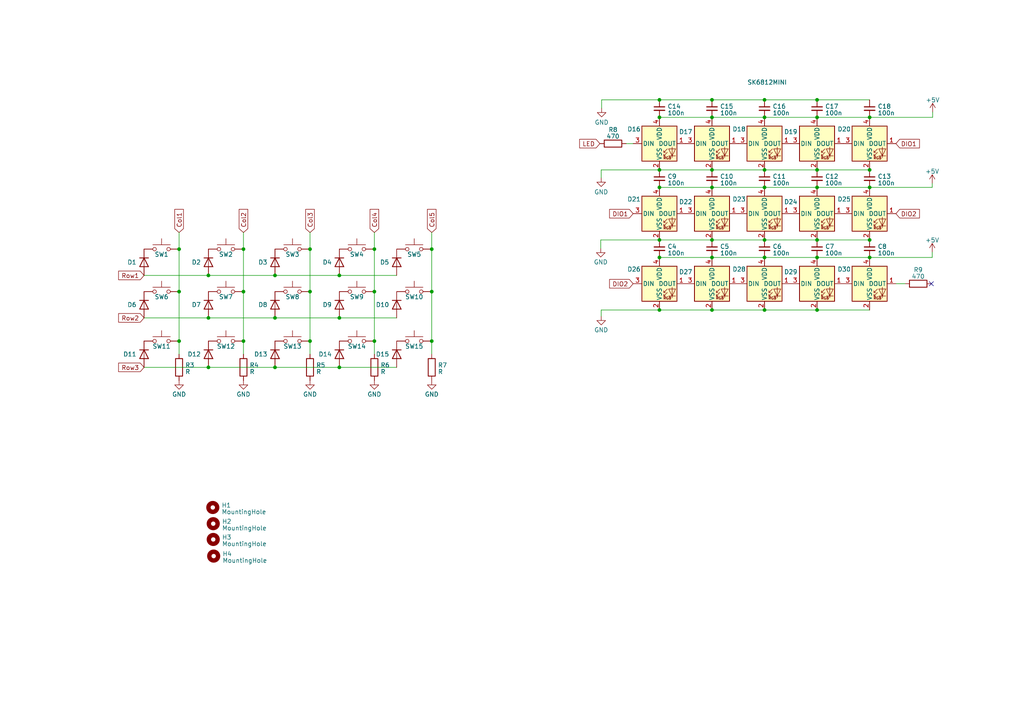
<source format=kicad_sch>
(kicad_sch (version 20230121) (generator eeschema)

  (uuid 1dc8feba-301d-49ae-98c6-70f991b70f67)

  (paper "A4")

  (lib_symbols
    (symbol "Device:C_Small" (pin_numbers hide) (pin_names (offset 0.254) hide) (in_bom yes) (on_board yes)
      (property "Reference" "C" (at 0.254 1.778 0)
        (effects (font (size 1.27 1.27)) (justify left))
      )
      (property "Value" "C_Small" (at 0.254 -2.032 0)
        (effects (font (size 1.27 1.27)) (justify left))
      )
      (property "Footprint" "" (at 0 0 0)
        (effects (font (size 1.27 1.27)) hide)
      )
      (property "Datasheet" "~" (at 0 0 0)
        (effects (font (size 1.27 1.27)) hide)
      )
      (property "ki_keywords" "capacitor cap" (at 0 0 0)
        (effects (font (size 1.27 1.27)) hide)
      )
      (property "ki_description" "Unpolarized capacitor, small symbol" (at 0 0 0)
        (effects (font (size 1.27 1.27)) hide)
      )
      (property "ki_fp_filters" "C_*" (at 0 0 0)
        (effects (font (size 1.27 1.27)) hide)
      )
      (symbol "C_Small_0_1"
        (polyline
          (pts
            (xy -1.524 -0.508)
            (xy 1.524 -0.508)
          )
          (stroke (width 0.3302) (type default))
          (fill (type none))
        )
        (polyline
          (pts
            (xy -1.524 0.508)
            (xy 1.524 0.508)
          )
          (stroke (width 0.3048) (type default))
          (fill (type none))
        )
      )
      (symbol "C_Small_1_1"
        (pin passive line (at 0 2.54 270) (length 2.032)
          (name "~" (effects (font (size 1.27 1.27))))
          (number "1" (effects (font (size 1.27 1.27))))
        )
        (pin passive line (at 0 -2.54 90) (length 2.032)
          (name "~" (effects (font (size 1.27 1.27))))
          (number "2" (effects (font (size 1.27 1.27))))
        )
      )
    )
    (symbol "Device:R" (pin_numbers hide) (pin_names (offset 0)) (in_bom yes) (on_board yes)
      (property "Reference" "R" (at 2.032 0 90)
        (effects (font (size 1.27 1.27)))
      )
      (property "Value" "R" (at 0 0 90)
        (effects (font (size 1.27 1.27)))
      )
      (property "Footprint" "" (at -1.778 0 90)
        (effects (font (size 1.27 1.27)) hide)
      )
      (property "Datasheet" "~" (at 0 0 0)
        (effects (font (size 1.27 1.27)) hide)
      )
      (property "ki_keywords" "R res resistor" (at 0 0 0)
        (effects (font (size 1.27 1.27)) hide)
      )
      (property "ki_description" "Resistor" (at 0 0 0)
        (effects (font (size 1.27 1.27)) hide)
      )
      (property "ki_fp_filters" "R_*" (at 0 0 0)
        (effects (font (size 1.27 1.27)) hide)
      )
      (symbol "R_0_1"
        (rectangle (start -1.016 -2.54) (end 1.016 2.54)
          (stroke (width 0.254) (type default))
          (fill (type none))
        )
      )
      (symbol "R_1_1"
        (pin passive line (at 0 3.81 270) (length 1.27)
          (name "~" (effects (font (size 1.27 1.27))))
          (number "1" (effects (font (size 1.27 1.27))))
        )
        (pin passive line (at 0 -3.81 90) (length 1.27)
          (name "~" (effects (font (size 1.27 1.27))))
          (number "2" (effects (font (size 1.27 1.27))))
        )
      )
    )
    (symbol "Diode:LL4448" (pin_numbers hide) (pin_names hide) (in_bom yes) (on_board yes)
      (property "Reference" "D" (at 0 2.54 0)
        (effects (font (size 1.27 1.27)))
      )
      (property "Value" "LL4448" (at 0 -2.54 0)
        (effects (font (size 1.27 1.27)))
      )
      (property "Footprint" "Diode_SMD:D_MiniMELF" (at 0 -4.445 0)
        (effects (font (size 1.27 1.27)) hide)
      )
      (property "Datasheet" "http://www.vishay.com/docs/85557/ll4148.pdf" (at 0 0 0)
        (effects (font (size 1.27 1.27)) hide)
      )
      (property "Sim.Device" "D" (at 0 0 0)
        (effects (font (size 1.27 1.27)) hide)
      )
      (property "Sim.Pins" "1=K 2=A" (at 0 0 0)
        (effects (font (size 1.27 1.27)) hide)
      )
      (property "ki_keywords" "diode" (at 0 0 0)
        (effects (font (size 1.27 1.27)) hide)
      )
      (property "ki_description" "100V 0.15A standard switching diode, MiniMELF" (at 0 0 0)
        (effects (font (size 1.27 1.27)) hide)
      )
      (property "ki_fp_filters" "D*MiniMELF*" (at 0 0 0)
        (effects (font (size 1.27 1.27)) hide)
      )
      (symbol "LL4448_0_1"
        (polyline
          (pts
            (xy -1.27 1.27)
            (xy -1.27 -1.27)
          )
          (stroke (width 0.254) (type default))
          (fill (type none))
        )
        (polyline
          (pts
            (xy 1.27 0)
            (xy -1.27 0)
          )
          (stroke (width 0) (type default))
          (fill (type none))
        )
        (polyline
          (pts
            (xy 1.27 1.27)
            (xy 1.27 -1.27)
            (xy -1.27 0)
            (xy 1.27 1.27)
          )
          (stroke (width 0.254) (type default))
          (fill (type none))
        )
      )
      (symbol "LL4448_1_1"
        (pin passive line (at -3.81 0 0) (length 2.54)
          (name "K" (effects (font (size 1.27 1.27))))
          (number "1" (effects (font (size 1.27 1.27))))
        )
        (pin passive line (at 3.81 0 180) (length 2.54)
          (name "A" (effects (font (size 1.27 1.27))))
          (number "2" (effects (font (size 1.27 1.27))))
        )
      )
    )
    (symbol "LED:SK6812MINI" (pin_names (offset 0.254)) (in_bom yes) (on_board yes)
      (property "Reference" "D" (at 5.08 5.715 0)
        (effects (font (size 1.27 1.27)) (justify right bottom))
      )
      (property "Value" "SK6812MINI" (at 1.27 -5.715 0)
        (effects (font (size 1.27 1.27)) (justify left top))
      )
      (property "Footprint" "LED_SMD:LED_SK6812MINI_PLCC4_3.5x3.5mm_P1.75mm" (at 1.27 -7.62 0)
        (effects (font (size 1.27 1.27)) (justify left top) hide)
      )
      (property "Datasheet" "https://cdn-shop.adafruit.com/product-files/2686/SK6812MINI_REV.01-1-2.pdf" (at 2.54 -9.525 0)
        (effects (font (size 1.27 1.27)) (justify left top) hide)
      )
      (property "ki_keywords" "RGB LED NeoPixel Mini addressable" (at 0 0 0)
        (effects (font (size 1.27 1.27)) hide)
      )
      (property "ki_description" "RGB LED with integrated controller" (at 0 0 0)
        (effects (font (size 1.27 1.27)) hide)
      )
      (property "ki_fp_filters" "LED*SK6812MINI*PLCC*3.5x3.5mm*P1.75mm*" (at 0 0 0)
        (effects (font (size 1.27 1.27)) hide)
      )
      (symbol "SK6812MINI_0_0"
        (text "RGB" (at 2.286 -4.191 0)
          (effects (font (size 0.762 0.762)))
        )
      )
      (symbol "SK6812MINI_0_1"
        (polyline
          (pts
            (xy 1.27 -3.556)
            (xy 1.778 -3.556)
          )
          (stroke (width 0) (type default))
          (fill (type none))
        )
        (polyline
          (pts
            (xy 1.27 -2.54)
            (xy 1.778 -2.54)
          )
          (stroke (width 0) (type default))
          (fill (type none))
        )
        (polyline
          (pts
            (xy 4.699 -3.556)
            (xy 2.667 -3.556)
          )
          (stroke (width 0) (type default))
          (fill (type none))
        )
        (polyline
          (pts
            (xy 2.286 -2.54)
            (xy 1.27 -3.556)
            (xy 1.27 -3.048)
          )
          (stroke (width 0) (type default))
          (fill (type none))
        )
        (polyline
          (pts
            (xy 2.286 -1.524)
            (xy 1.27 -2.54)
            (xy 1.27 -2.032)
          )
          (stroke (width 0) (type default))
          (fill (type none))
        )
        (polyline
          (pts
            (xy 3.683 -1.016)
            (xy 3.683 -3.556)
            (xy 3.683 -4.064)
          )
          (stroke (width 0) (type default))
          (fill (type none))
        )
        (polyline
          (pts
            (xy 4.699 -1.524)
            (xy 2.667 -1.524)
            (xy 3.683 -3.556)
            (xy 4.699 -1.524)
          )
          (stroke (width 0) (type default))
          (fill (type none))
        )
        (rectangle (start 5.08 5.08) (end -5.08 -5.08)
          (stroke (width 0.254) (type default))
          (fill (type background))
        )
      )
      (symbol "SK6812MINI_1_1"
        (pin output line (at 7.62 0 180) (length 2.54)
          (name "DOUT" (effects (font (size 1.27 1.27))))
          (number "1" (effects (font (size 1.27 1.27))))
        )
        (pin power_in line (at 0 -7.62 90) (length 2.54)
          (name "VSS" (effects (font (size 1.27 1.27))))
          (number "2" (effects (font (size 1.27 1.27))))
        )
        (pin input line (at -7.62 0 0) (length 2.54)
          (name "DIN" (effects (font (size 1.27 1.27))))
          (number "3" (effects (font (size 1.27 1.27))))
        )
        (pin power_in line (at 0 7.62 270) (length 2.54)
          (name "VDD" (effects (font (size 1.27 1.27))))
          (number "4" (effects (font (size 1.27 1.27))))
        )
      )
    )
    (symbol "Mechanical:MountingHole" (pin_names (offset 1.016)) (in_bom yes) (on_board yes)
      (property "Reference" "H" (at 0 5.08 0)
        (effects (font (size 1.27 1.27)))
      )
      (property "Value" "MountingHole" (at 0 3.175 0)
        (effects (font (size 1.27 1.27)))
      )
      (property "Footprint" "" (at 0 0 0)
        (effects (font (size 1.27 1.27)) hide)
      )
      (property "Datasheet" "~" (at 0 0 0)
        (effects (font (size 1.27 1.27)) hide)
      )
      (property "ki_keywords" "mounting hole" (at 0 0 0)
        (effects (font (size 1.27 1.27)) hide)
      )
      (property "ki_description" "Mounting Hole without connection" (at 0 0 0)
        (effects (font (size 1.27 1.27)) hide)
      )
      (property "ki_fp_filters" "MountingHole*" (at 0 0 0)
        (effects (font (size 1.27 1.27)) hide)
      )
      (symbol "MountingHole_0_1"
        (circle (center 0 0) (radius 1.27)
          (stroke (width 1.27) (type default))
          (fill (type none))
        )
      )
    )
    (symbol "SK6812MINI_1" (pin_names (offset 0.254)) (in_bom yes) (on_board yes)
      (property "Reference" "D16" (at -7.366 4.191 0)
        (effects (font (size 1.27 1.27)))
      )
      (property "Value" "SK6812MINI" (at -11.811 5.08 0)
        (effects (font (size 1.27 1.27)) hide)
      )
      (property "Footprint" "LED_SMD:LED_SK6812MINI_PLCC4_3.5x3.5mm_P1.75mm" (at 1.27 -7.62 0)
        (effects (font (size 1.27 1.27)) (justify left top) hide)
      )
      (property "Datasheet" "https://cdn-shop.adafruit.com/product-files/2686/SK6812MINI_REV.01-1-2.pdf" (at 2.54 -9.525 0)
        (effects (font (size 1.27 1.27)) (justify left top) hide)
      )
      (property "ki_keywords" "RGB LED NeoPixel Mini addressable" (at 0 0 0)
        (effects (font (size 1.27 1.27)) hide)
      )
      (property "ki_description" "RGB LED with integrated controller" (at 0 0 0)
        (effects (font (size 1.27 1.27)) hide)
      )
      (property "ki_fp_filters" "LED*SK6812MINI*PLCC*3.5x3.5mm*P1.75mm*" (at 0 0 0)
        (effects (font (size 1.27 1.27)) hide)
      )
      (symbol "SK6812MINI_1_0_0"
        (text "RGB" (at 2.286 -4.191 0)
          (effects (font (size 0.762 0.762)))
        )
      )
      (symbol "SK6812MINI_1_0_1"
        (rectangle (start -5.08 5.08) (end 5.08 -5.08)
          (stroke (width 0.254) (type default))
          (fill (type background))
        )
        (polyline
          (pts
            (xy 1.27 -3.556)
            (xy 1.778 -3.556)
          )
          (stroke (width 0) (type default))
          (fill (type none))
        )
        (polyline
          (pts
            (xy 1.27 -2.54)
            (xy 1.778 -2.54)
          )
          (stroke (width 0) (type default))
          (fill (type none))
        )
        (polyline
          (pts
            (xy 4.699 -3.556)
            (xy 2.667 -3.556)
          )
          (stroke (width 0) (type default))
          (fill (type none))
        )
        (polyline
          (pts
            (xy 2.286 -2.54)
            (xy 1.27 -3.556)
            (xy 1.27 -3.048)
          )
          (stroke (width 0) (type default))
          (fill (type none))
        )
        (polyline
          (pts
            (xy 2.286 -1.524)
            (xy 1.27 -2.54)
            (xy 1.27 -2.032)
          )
          (stroke (width 0) (type default))
          (fill (type none))
        )
        (polyline
          (pts
            (xy 3.683 -1.016)
            (xy 3.683 -3.556)
            (xy 3.683 -4.064)
          )
          (stroke (width 0) (type default))
          (fill (type none))
        )
        (polyline
          (pts
            (xy 4.699 -1.524)
            (xy 2.667 -1.524)
            (xy 3.683 -3.556)
            (xy 4.699 -1.524)
          )
          (stroke (width 0) (type default))
          (fill (type none))
        )
      )
      (symbol "SK6812MINI_1_1_1"
        (pin output line (at 7.62 0 180) (length 2.54)
          (name "DOUT" (effects (font (size 1.27 1.27))))
          (number "1" (effects (font (size 1.27 1.27))))
        )
        (pin power_in line (at 0 -7.62 90) (length 2.54)
          (name "VSS" (effects (font (size 1.27 1.27))))
          (number "2" (effects (font (size 1.27 1.27))))
        )
        (pin input line (at -7.62 0 0) (length 2.54)
          (name "DIN" (effects (font (size 1.27 1.27))))
          (number "3" (effects (font (size 1.27 1.27))))
        )
        (pin power_in line (at 0 7.62 270) (length 2.54)
          (name "VDD" (effects (font (size 1.27 1.27))))
          (number "4" (effects (font (size 1.27 1.27))))
        )
      )
    )
    (symbol "Switch:SW_Push" (pin_numbers hide) (pin_names (offset 1.016) hide) (in_bom yes) (on_board yes)
      (property "Reference" "SW" (at 1.27 2.54 0)
        (effects (font (size 1.27 1.27)) (justify left))
      )
      (property "Value" "SW_Push" (at 0 -1.524 0)
        (effects (font (size 1.27 1.27)))
      )
      (property "Footprint" "" (at 0 5.08 0)
        (effects (font (size 1.27 1.27)) hide)
      )
      (property "Datasheet" "~" (at 0 5.08 0)
        (effects (font (size 1.27 1.27)) hide)
      )
      (property "ki_keywords" "switch normally-open pushbutton push-button" (at 0 0 0)
        (effects (font (size 1.27 1.27)) hide)
      )
      (property "ki_description" "Push button switch, generic, two pins" (at 0 0 0)
        (effects (font (size 1.27 1.27)) hide)
      )
      (symbol "SW_Push_0_1"
        (circle (center -2.032 0) (radius 0.508)
          (stroke (width 0) (type default))
          (fill (type none))
        )
        (polyline
          (pts
            (xy 0 1.27)
            (xy 0 3.048)
          )
          (stroke (width 0) (type default))
          (fill (type none))
        )
        (polyline
          (pts
            (xy 2.54 1.27)
            (xy -2.54 1.27)
          )
          (stroke (width 0) (type default))
          (fill (type none))
        )
        (circle (center 2.032 0) (radius 0.508)
          (stroke (width 0) (type default))
          (fill (type none))
        )
        (pin passive line (at -5.08 0 0) (length 2.54)
          (name "1" (effects (font (size 1.27 1.27))))
          (number "1" (effects (font (size 1.27 1.27))))
        )
        (pin passive line (at 5.08 0 180) (length 2.54)
          (name "2" (effects (font (size 1.27 1.27))))
          (number "2" (effects (font (size 1.27 1.27))))
        )
      )
    )
    (symbol "power:+5V" (power) (pin_names (offset 0)) (in_bom yes) (on_board yes)
      (property "Reference" "#PWR" (at 0 -3.81 0)
        (effects (font (size 1.27 1.27)) hide)
      )
      (property "Value" "+5V" (at 0 3.556 0)
        (effects (font (size 1.27 1.27)))
      )
      (property "Footprint" "" (at 0 0 0)
        (effects (font (size 1.27 1.27)) hide)
      )
      (property "Datasheet" "" (at 0 0 0)
        (effects (font (size 1.27 1.27)) hide)
      )
      (property "ki_keywords" "global power" (at 0 0 0)
        (effects (font (size 1.27 1.27)) hide)
      )
      (property "ki_description" "Power symbol creates a global label with name \"+5V\"" (at 0 0 0)
        (effects (font (size 1.27 1.27)) hide)
      )
      (symbol "+5V_0_1"
        (polyline
          (pts
            (xy -0.762 1.27)
            (xy 0 2.54)
          )
          (stroke (width 0) (type default))
          (fill (type none))
        )
        (polyline
          (pts
            (xy 0 0)
            (xy 0 2.54)
          )
          (stroke (width 0) (type default))
          (fill (type none))
        )
        (polyline
          (pts
            (xy 0 2.54)
            (xy 0.762 1.27)
          )
          (stroke (width 0) (type default))
          (fill (type none))
        )
      )
      (symbol "+5V_1_1"
        (pin power_in line (at 0 0 90) (length 0) hide
          (name "+5V" (effects (font (size 1.27 1.27))))
          (number "1" (effects (font (size 1.27 1.27))))
        )
      )
    )
    (symbol "power:GND" (power) (pin_names (offset 0)) (in_bom yes) (on_board yes)
      (property "Reference" "#PWR" (at 0 -6.35 0)
        (effects (font (size 1.27 1.27)) hide)
      )
      (property "Value" "GND" (at 0 -3.81 0)
        (effects (font (size 1.27 1.27)))
      )
      (property "Footprint" "" (at 0 0 0)
        (effects (font (size 1.27 1.27)) hide)
      )
      (property "Datasheet" "" (at 0 0 0)
        (effects (font (size 1.27 1.27)) hide)
      )
      (property "ki_keywords" "global power" (at 0 0 0)
        (effects (font (size 1.27 1.27)) hide)
      )
      (property "ki_description" "Power symbol creates a global label with name \"GND\" , ground" (at 0 0 0)
        (effects (font (size 1.27 1.27)) hide)
      )
      (symbol "GND_0_1"
        (polyline
          (pts
            (xy 0 0)
            (xy 0 -1.27)
            (xy 1.27 -1.27)
            (xy 0 -2.54)
            (xy -1.27 -1.27)
            (xy 0 -1.27)
          )
          (stroke (width 0) (type default))
          (fill (type none))
        )
      )
      (symbol "GND_1_1"
        (pin power_in line (at 0 0 270) (length 0) hide
          (name "GND" (effects (font (size 1.27 1.27))))
          (number "1" (effects (font (size 1.27 1.27))))
        )
      )
    )
  )

  (junction (at 221.742 34.036) (diameter 0) (color 0 0 0 0)
    (uuid 06bd3596-b247-4607-abf6-95b5c066ee05)
  )
  (junction (at 221.742 49.276) (diameter 0) (color 0 0 0 0)
    (uuid 0cba7e17-ff0a-4049-9af0-fa5c64007428)
  )
  (junction (at 206.502 34.036) (diameter 0) (color 0 0 0 0)
    (uuid 0d27cd34-cc92-42cf-b760-ab47b4f0e60f)
  )
  (junction (at 79.756 92.202) (diameter 0) (color 0 0 0 0)
    (uuid 0ee67044-4087-4a27-aac3-fb904870a9b2)
  )
  (junction (at 89.916 84.582) (diameter 0) (color 0 0 0 0)
    (uuid 146af754-6d4c-46c1-8091-a55568d4d5cd)
  )
  (junction (at 206.502 28.956) (diameter 0) (color 0 0 0 0)
    (uuid 1e03e389-9b9f-4e1e-b225-eaed1fb5ba24)
  )
  (junction (at 206.502 89.916) (diameter 0) (color 0 0 0 0)
    (uuid 23c36389-e050-44d4-b89f-7337b8bb9ba8)
  )
  (junction (at 221.742 28.956) (diameter 0) (color 0 0 0 0)
    (uuid 24cf7793-cabe-4e56-8a78-7a2bbe2eb82c)
  )
  (junction (at 236.982 28.956) (diameter 0) (color 0 0 0 0)
    (uuid 2aa693ce-ac9b-4021-803b-89e10e2be227)
  )
  (junction (at 98.425 79.883) (diameter 0) (color 0 0 0 0)
    (uuid 3279e7a2-d460-4758-8607-46102185234a)
  )
  (junction (at 252.222 74.676) (diameter 0) (color 0 0 0 0)
    (uuid 32b0ac55-88ea-4a42-9bfa-173e3e835fe0)
  )
  (junction (at 191.262 69.596) (diameter 0) (color 0 0 0 0)
    (uuid 35a4c8f2-a220-4d8c-b210-4c5f946b2dd8)
  )
  (junction (at 252.222 49.276) (diameter 0) (color 0 0 0 0)
    (uuid 3b95e8e2-faaf-4f8c-9ea0-ccbaa059a700)
  )
  (junction (at 236.982 34.036) (diameter 0) (color 0 0 0 0)
    (uuid 3c9eb00d-1135-41b7-8d34-2f9a2086919d)
  )
  (junction (at 51.943 84.582) (diameter 0) (color 0 0 0 0)
    (uuid 457e794b-f03f-44e8-bd98-38a750920e24)
  )
  (junction (at 206.502 49.276) (diameter 0) (color 0 0 0 0)
    (uuid 48537ef7-99c8-445c-ae4f-e52473e05f2e)
  )
  (junction (at 252.222 69.596) (diameter 0) (color 0 0 0 0)
    (uuid 4aa493d9-c9ba-4bc5-a400-779d66705a73)
  )
  (junction (at 70.612 84.582) (diameter 0) (color 0 0 0 0)
    (uuid 5000b054-d89d-4036-afa1-fb640058a271)
  )
  (junction (at 60.452 79.883) (diameter 0) (color 0 0 0 0)
    (uuid 53f8b83c-b3bd-4537-b7b7-d26d2b1062ba)
  )
  (junction (at 98.425 92.202) (diameter 0) (color 0 0 0 0)
    (uuid 55aeb07c-c3a9-40b3-a75d-570f2c0cbe1f)
  )
  (junction (at 236.982 49.276) (diameter 0) (color 0 0 0 0)
    (uuid 58e96fbb-8b3e-4d0f-a9b3-460a41421a6f)
  )
  (junction (at 70.612 98.933) (diameter 0) (color 0 0 0 0)
    (uuid 5a40fee5-915e-4f90-9162-fb3c21261ae8)
  )
  (junction (at 191.262 89.916) (diameter 0) (color 0 0 0 0)
    (uuid 5b19fd3f-8802-474d-8b5c-89b692dcfa22)
  )
  (junction (at 125.222 84.582) (diameter 0) (color 0 0 0 0)
    (uuid 5ce90786-448f-4504-988a-e6dab56055ef)
  )
  (junction (at 191.262 49.276) (diameter 0) (color 0 0 0 0)
    (uuid 64e2c12f-bb86-46dd-a304-bf682468d7b6)
  )
  (junction (at 221.742 74.676) (diameter 0) (color 0 0 0 0)
    (uuid 69a85d8d-b200-4e81-b6e1-4397b32af9d4)
  )
  (junction (at 89.916 98.933) (diameter 0) (color 0 0 0 0)
    (uuid 743810be-e911-4f3f-a37e-13c4b4d3efeb)
  )
  (junction (at 206.502 54.356) (diameter 0) (color 0 0 0 0)
    (uuid 7504e932-700c-48e9-89f9-84405d22194b)
  )
  (junction (at 252.222 34.036) (diameter 0) (color 0 0 0 0)
    (uuid 77019334-074d-427a-990a-2de4fd9ceb5a)
  )
  (junction (at 191.262 28.956) (diameter 0) (color 0 0 0 0)
    (uuid 778e6e58-34d6-4345-9b0b-f41f6ee61825)
  )
  (junction (at 221.742 69.596) (diameter 0) (color 0 0 0 0)
    (uuid 7bbb98a3-362e-4576-a132-0e7445b19998)
  )
  (junction (at 70.612 72.263) (diameter 0) (color 0 0 0 0)
    (uuid 7d3d46ef-a959-4636-bdf3-77968fd7bdd9)
  )
  (junction (at 108.585 98.933) (diameter 0) (color 0 0 0 0)
    (uuid 8c361909-26f8-4f0a-8852-77fbb812b19b)
  )
  (junction (at 89.916 72.263) (diameter 0) (color 0 0 0 0)
    (uuid 8c8f5d0e-638e-4f0c-b8f7-b462922942da)
  )
  (junction (at 79.756 79.883) (diameter 0) (color 0 0 0 0)
    (uuid 92c9ad11-43de-44f4-9ea0-4a83441c07bf)
  )
  (junction (at 236.982 54.356) (diameter 0) (color 0 0 0 0)
    (uuid 944a4b3b-56bd-47b8-8d25-f5cc4c212112)
  )
  (junction (at 79.756 106.553) (diameter 0) (color 0 0 0 0)
    (uuid 966a1005-cf1a-4e9b-86dc-dc43e9e40894)
  )
  (junction (at 125.222 98.933) (diameter 0) (color 0 0 0 0)
    (uuid 98444aca-20da-44ac-8311-4ac20bd50590)
  )
  (junction (at 98.425 106.553) (diameter 0) (color 0 0 0 0)
    (uuid 98a46ce6-333d-4f73-9188-aec97d5c0aa0)
  )
  (junction (at 191.262 54.356) (diameter 0) (color 0 0 0 0)
    (uuid 9c0fa624-ba2b-4953-8221-c1d5f5194997)
  )
  (junction (at 108.585 72.263) (diameter 0) (color 0 0 0 0)
    (uuid 9cea9e55-d902-4751-b5fd-6d4143230adf)
  )
  (junction (at 125.222 72.263) (diameter 0) (color 0 0 0 0)
    (uuid 9fd5e5ee-849d-43d2-b687-ec728681f0db)
  )
  (junction (at 206.502 74.676) (diameter 0) (color 0 0 0 0)
    (uuid a09cea3c-290d-405a-a064-fe1bb52346fe)
  )
  (junction (at 191.262 74.676) (diameter 0) (color 0 0 0 0)
    (uuid a8565d4b-7c7d-4696-8a03-1b71184e9588)
  )
  (junction (at 51.943 98.933) (diameter 0) (color 0 0 0 0)
    (uuid ac1df2d1-6e16-4360-88bb-07933f8a4b5a)
  )
  (junction (at 221.742 54.356) (diameter 0) (color 0 0 0 0)
    (uuid ac85857e-f5f7-4c69-a131-7858a8c5453c)
  )
  (junction (at 60.452 106.553) (diameter 0) (color 0 0 0 0)
    (uuid ae6a9735-9307-4f1e-8a6e-46e9f141c8cc)
  )
  (junction (at 236.982 74.676) (diameter 0) (color 0 0 0 0)
    (uuid bfe9efb4-a915-4df8-957f-83f0d8cce494)
  )
  (junction (at 221.742 89.916) (diameter 0) (color 0 0 0 0)
    (uuid c4e8d6a4-0301-4063-a8d0-050ce8faf631)
  )
  (junction (at 236.982 89.916) (diameter 0) (color 0 0 0 0)
    (uuid ccd81184-87ec-4a3a-a6b7-cf48930b88fe)
  )
  (junction (at 60.452 92.202) (diameter 0) (color 0 0 0 0)
    (uuid d34ad724-cebd-4637-a1e2-fa2e6208f193)
  )
  (junction (at 236.982 69.596) (diameter 0) (color 0 0 0 0)
    (uuid d60c3cf7-c2e5-41f1-bc8d-000292fbca9b)
  )
  (junction (at 252.222 54.356) (diameter 0) (color 0 0 0 0)
    (uuid d6ffdd01-2c27-4f3b-8c92-168cc8c7d47a)
  )
  (junction (at 108.585 84.582) (diameter 0) (color 0 0 0 0)
    (uuid db35cd8b-d5bd-46ae-8933-f83d1ba8f0a3)
  )
  (junction (at 51.943 72.263) (diameter 0) (color 0 0 0 0)
    (uuid df43350a-666b-429e-81bf-e15473146fa2)
  )
  (junction (at 206.502 69.596) (diameter 0) (color 0 0 0 0)
    (uuid dfa06e99-e0b9-4bbf-89bf-987977ff2c70)
  )
  (junction (at 191.262 34.036) (diameter 0) (color 0 0 0 0)
    (uuid fba42302-d9b7-49dc-a363-896698081bfb)
  )

  (no_connect (at 270.129 82.296) (uuid 030a404c-284b-4191-af23-e42e00cfd7d4))

  (wire (pts (xy 206.502 74.676) (xy 221.742 74.676))
    (stroke (width 0) (type default))
    (uuid 01f0a191-152c-42de-a2e2-712aac7d8873)
  )
  (wire (pts (xy 125.222 98.933) (xy 125.222 102.743))
    (stroke (width 0) (type default))
    (uuid 01f9fa66-859c-4e47-952e-f0e7da20e2d6)
  )
  (wire (pts (xy 191.262 74.676) (xy 206.502 74.676))
    (stroke (width 0) (type default))
    (uuid 02afbe22-1ecf-4a94-9db1-97b4f30a43e2)
  )
  (wire (pts (xy 51.943 84.582) (xy 51.943 98.933))
    (stroke (width 0) (type default))
    (uuid 04d25086-ef36-42e1-9f73-e10cae4fe590)
  )
  (wire (pts (xy 60.452 79.883) (xy 79.756 79.883))
    (stroke (width 0) (type default))
    (uuid 05b63349-08e0-4287-9fac-b0e89e917492)
  )
  (wire (pts (xy 252.222 89.916) (xy 236.982 89.916))
    (stroke (width 0) (type default))
    (uuid 09b551b9-5ded-44a9-9dfb-40be72b14735)
  )
  (wire (pts (xy 98.425 106.553) (xy 115.062 106.553))
    (stroke (width 0) (type default))
    (uuid 1376bb57-94b6-42f0-a493-ad9b6b52080f)
  )
  (wire (pts (xy 206.502 89.916) (xy 191.262 89.916))
    (stroke (width 0) (type default))
    (uuid 1b2cdbff-ee53-4ab4-b60b-5f278d5e7ce8)
  )
  (wire (pts (xy 236.982 49.276) (xy 221.742 49.276))
    (stroke (width 0) (type default))
    (uuid 1dc03d82-f18b-4f67-ab81-7d868f7292b0)
  )
  (wire (pts (xy 236.982 54.356) (xy 252.222 54.356))
    (stroke (width 0) (type default))
    (uuid 1dd00a6d-c772-4a4a-bd7b-e9317dc7fc4b)
  )
  (wire (pts (xy 191.262 89.916) (xy 174.371 89.916))
    (stroke (width 0) (type default))
    (uuid 23363146-b301-4026-be7b-c81b92d0a137)
  )
  (wire (pts (xy 252.222 28.956) (xy 236.982 28.956))
    (stroke (width 0) (type default))
    (uuid 2d022ad0-2fb3-4830-906f-af5f152d43c3)
  )
  (wire (pts (xy 191.262 69.596) (xy 174.244 69.596))
    (stroke (width 0) (type default))
    (uuid 2f327f35-2744-4905-9744-f5c61f01e067)
  )
  (wire (pts (xy 41.783 92.202) (xy 60.452 92.202))
    (stroke (width 0) (type default))
    (uuid 31892776-a70b-45e1-b654-be5e0dd11802)
  )
  (wire (pts (xy 125.222 84.582) (xy 125.222 98.933))
    (stroke (width 0) (type default))
    (uuid 38b79ea6-8cfa-4d20-95dd-1fcfa2a6f12a)
  )
  (wire (pts (xy 270.51 32.512) (xy 270.51 34.036))
    (stroke (width 0) (type default))
    (uuid 418d3d14-35d4-4ae3-bd0e-d4d18f6588cc)
  )
  (wire (pts (xy 98.425 92.202) (xy 115.062 92.202))
    (stroke (width 0) (type default))
    (uuid 48896456-f3ca-400d-a29a-b4160478b048)
  )
  (wire (pts (xy 108.585 72.263) (xy 108.585 84.582))
    (stroke (width 0) (type default))
    (uuid 494910a5-cf81-457e-939c-e44e71e4c7dd)
  )
  (wire (pts (xy 236.982 89.916) (xy 221.742 89.916))
    (stroke (width 0) (type default))
    (uuid 4bea2e5e-382a-4369-ac98-b324c0912b5a)
  )
  (wire (pts (xy 221.742 89.916) (xy 206.502 89.916))
    (stroke (width 0) (type default))
    (uuid 4e049936-0cc8-4df2-a2cf-82a9d5dd72d4)
  )
  (wire (pts (xy 270.383 53.213) (xy 270.383 54.356))
    (stroke (width 0) (type default))
    (uuid 505d6d77-3c85-483d-ab9a-3863b70a4b57)
  )
  (wire (pts (xy 79.756 106.553) (xy 98.425 106.553))
    (stroke (width 0) (type default))
    (uuid 513e36c2-6438-4a6e-98e5-1f2983ba01e6)
  )
  (wire (pts (xy 89.916 84.582) (xy 89.916 98.933))
    (stroke (width 0) (type default))
    (uuid 543ef05a-47a3-49c0-bbdd-eb6314d629b2)
  )
  (wire (pts (xy 51.943 72.263) (xy 51.943 84.582))
    (stroke (width 0) (type default))
    (uuid 545c76e4-a525-47db-9c28-6e278f0ad5d4)
  )
  (wire (pts (xy 236.982 28.956) (xy 221.742 28.956))
    (stroke (width 0) (type default))
    (uuid 56544e9a-3382-4e2f-9d33-b95bd391237f)
  )
  (wire (pts (xy 236.982 34.036) (xy 252.222 34.036))
    (stroke (width 0) (type default))
    (uuid 575ee332-72a8-45bf-9aa6-1d81eaa68b05)
  )
  (wire (pts (xy 191.262 54.356) (xy 206.502 54.356))
    (stroke (width 0) (type default))
    (uuid 5d7870c4-bd9d-4c85-bcc6-241d3767ee99)
  )
  (wire (pts (xy 98.425 79.883) (xy 115.062 79.883))
    (stroke (width 0) (type default))
    (uuid 6442c454-6d02-4232-9c57-a756aacce2a1)
  )
  (wire (pts (xy 125.222 72.263) (xy 125.222 84.582))
    (stroke (width 0) (type default))
    (uuid 64dded8b-daa7-4c1c-80bd-5bdc66342a68)
  )
  (wire (pts (xy 252.222 34.036) (xy 270.51 34.036))
    (stroke (width 0) (type default))
    (uuid 69e42c56-fc4b-4ee9-af26-13e0182ca4cd)
  )
  (wire (pts (xy 70.612 67.437) (xy 70.612 72.263))
    (stroke (width 0) (type default))
    (uuid 753c0ed4-be8f-4ede-9adc-8ad1b9418252)
  )
  (wire (pts (xy 89.916 67.437) (xy 89.916 72.263))
    (stroke (width 0) (type default))
    (uuid 771272e4-014a-47f6-93ff-a8490d3df77c)
  )
  (wire (pts (xy 79.756 92.202) (xy 98.425 92.202))
    (stroke (width 0) (type default))
    (uuid 7df1e6b5-227c-482f-a7bf-ab1f1e5f8e19)
  )
  (wire (pts (xy 191.262 49.276) (xy 174.371 49.276))
    (stroke (width 0) (type default))
    (uuid 814b1343-cd50-4781-af74-15d15d8eb071)
  )
  (wire (pts (xy 108.585 84.582) (xy 108.585 98.933))
    (stroke (width 0) (type default))
    (uuid 82d25907-3589-46e9-b37a-54499f37ca3b)
  )
  (wire (pts (xy 191.262 34.036) (xy 206.502 34.036))
    (stroke (width 0) (type default))
    (uuid 85c8808f-5f84-4d75-982a-93102790db80)
  )
  (wire (pts (xy 252.222 74.676) (xy 270.383 74.676))
    (stroke (width 0) (type default))
    (uuid 89151822-2a8e-40e2-b999-9451db36e7a6)
  )
  (wire (pts (xy 206.502 69.596) (xy 191.262 69.596))
    (stroke (width 0) (type default))
    (uuid 8be2e3c1-46ac-4683-a54c-fd8cea99237e)
  )
  (wire (pts (xy 70.612 84.582) (xy 70.612 98.933))
    (stroke (width 0) (type default))
    (uuid 8dfd319c-1cc4-44b9-b5de-036ec1bc213c)
  )
  (wire (pts (xy 221.742 49.276) (xy 206.502 49.276))
    (stroke (width 0) (type default))
    (uuid 8f050c48-1e43-423b-b737-0a29d88a7c7c)
  )
  (wire (pts (xy 206.502 28.956) (xy 191.262 28.956))
    (stroke (width 0) (type default))
    (uuid 8f677d74-48d5-44a8-a4e2-95ac737ea6f8)
  )
  (wire (pts (xy 259.842 82.296) (xy 262.509 82.296))
    (stroke (width 0) (type default))
    (uuid 967e7a61-e7c2-4a5c-b3e6-c53e954504e6)
  )
  (wire (pts (xy 125.222 67.437) (xy 125.222 72.263))
    (stroke (width 0) (type default))
    (uuid 99c02c3f-1041-411e-bd32-dac17d3ce597)
  )
  (wire (pts (xy 252.222 54.356) (xy 270.383 54.356))
    (stroke (width 0) (type default))
    (uuid 9a77689a-8ad4-41d4-ba61-99c73fdde656)
  )
  (wire (pts (xy 174.498 28.956) (xy 174.498 31.369))
    (stroke (width 0) (type default))
    (uuid 9f33bb69-f79a-4c17-a55d-35ded6e22400)
  )
  (wire (pts (xy 221.742 69.596) (xy 206.502 69.596))
    (stroke (width 0) (type default))
    (uuid 9f477603-a5d1-4de3-90b8-645b2b55fd98)
  )
  (wire (pts (xy 174.371 89.916) (xy 174.371 91.694))
    (stroke (width 0) (type default))
    (uuid a503008c-a2d2-46b9-98c1-d40d6db193c4)
  )
  (wire (pts (xy 191.262 28.956) (xy 174.498 28.956))
    (stroke (width 0) (type default))
    (uuid a8c1325c-9315-4bbd-92a7-2ae6c7a00e6e)
  )
  (wire (pts (xy 206.502 54.356) (xy 221.742 54.356))
    (stroke (width 0) (type default))
    (uuid a9ea060c-4410-4298-b1bf-9945fce25db9)
  )
  (wire (pts (xy 252.222 69.596) (xy 236.982 69.596))
    (stroke (width 0) (type default))
    (uuid aa6d6c38-b846-4164-a21a-71f4f10cfcbb)
  )
  (wire (pts (xy 221.742 28.956) (xy 206.502 28.956))
    (stroke (width 0) (type default))
    (uuid aa70eecd-41e9-40e0-8e43-b62c1c1ec391)
  )
  (wire (pts (xy 51.943 98.933) (xy 51.943 102.743))
    (stroke (width 0) (type default))
    (uuid b5121b3f-0223-4491-b9b1-10899fc68f80)
  )
  (wire (pts (xy 70.612 98.933) (xy 70.612 102.743))
    (stroke (width 0) (type default))
    (uuid b9f35d35-9e2f-4303-b587-73988ca678d8)
  )
  (wire (pts (xy 89.916 72.263) (xy 89.916 84.582))
    (stroke (width 0) (type default))
    (uuid bb44fd3f-7b8d-4b11-b87b-bd6e1de83fc4)
  )
  (wire (pts (xy 221.742 34.036) (xy 236.982 34.036))
    (stroke (width 0) (type default))
    (uuid bb8646ad-98cf-4a64-bfb0-48e2791eaeff)
  )
  (wire (pts (xy 236.982 74.676) (xy 252.222 74.676))
    (stroke (width 0) (type default))
    (uuid bf4fc677-2818-4134-b77a-e9bbec50f96e)
  )
  (wire (pts (xy 252.222 49.276) (xy 236.982 49.276))
    (stroke (width 0) (type default))
    (uuid bfffca91-fe7b-4426-824d-2b595e7a07da)
  )
  (wire (pts (xy 221.742 54.356) (xy 236.982 54.356))
    (stroke (width 0) (type default))
    (uuid c1496b15-66a9-4ba7-b31c-0a9f62a44530)
  )
  (wire (pts (xy 206.502 49.276) (xy 191.262 49.276))
    (stroke (width 0) (type default))
    (uuid c372539c-390a-4070-880c-f4fbafd97f2d)
  )
  (wire (pts (xy 270.383 73.152) (xy 270.383 74.676))
    (stroke (width 0) (type default))
    (uuid c5223d9e-9941-4eeb-9d2a-187adde0df50)
  )
  (wire (pts (xy 60.452 106.553) (xy 79.756 106.553))
    (stroke (width 0) (type default))
    (uuid cd990538-6e24-460a-9656-36d78121e3b3)
  )
  (wire (pts (xy 60.452 92.202) (xy 79.756 92.202))
    (stroke (width 0) (type default))
    (uuid ce96cdeb-cea7-4b03-9576-383d3cb254c0)
  )
  (wire (pts (xy 174.371 49.276) (xy 174.371 51.562))
    (stroke (width 0) (type default))
    (uuid d8e5fe78-185b-4e91-96ff-4cef88d3f5c6)
  )
  (wire (pts (xy 51.943 67.437) (xy 51.943 72.263))
    (stroke (width 0) (type default))
    (uuid e1cf56b7-2ca9-421f-924f-47a0e4f542f2)
  )
  (wire (pts (xy 236.982 69.596) (xy 221.742 69.596))
    (stroke (width 0) (type default))
    (uuid e648926f-726b-44f2-b6bd-9459bbd93223)
  )
  (wire (pts (xy 108.585 67.437) (xy 108.585 72.263))
    (stroke (width 0) (type default))
    (uuid ed1f6da4-2b8b-427e-88b3-6c69e75a104d)
  )
  (wire (pts (xy 79.756 79.883) (xy 98.425 79.883))
    (stroke (width 0) (type default))
    (uuid ee2ce557-e195-4aa0-881e-befda6ebc953)
  )
  (wire (pts (xy 206.502 34.036) (xy 221.742 34.036))
    (stroke (width 0) (type default))
    (uuid f0d7289b-3903-4588-b901-d04db8c2fe08)
  )
  (wire (pts (xy 41.783 106.553) (xy 60.452 106.553))
    (stroke (width 0) (type default))
    (uuid f2efc498-d5e7-4e54-a156-879b235a487b)
  )
  (wire (pts (xy 41.783 79.883) (xy 60.452 79.883))
    (stroke (width 0) (type default))
    (uuid f336e119-ba95-467e-aced-2944fa8425d2)
  )
  (wire (pts (xy 108.585 98.933) (xy 108.585 102.743))
    (stroke (width 0) (type default))
    (uuid f5bef56c-1bee-4bf8-8951-940dcf88be21)
  )
  (wire (pts (xy 174.244 69.596) (xy 174.244 72.009))
    (stroke (width 0) (type default))
    (uuid f9c98f0f-5d5f-4784-888a-e01391eb014a)
  )
  (wire (pts (xy 221.742 74.676) (xy 236.982 74.676))
    (stroke (width 0) (type default))
    (uuid fa1c18f5-f014-4f94-8f4d-5b92cd25bd14)
  )
  (wire (pts (xy 181.61 41.656) (xy 183.642 41.656))
    (stroke (width 0) (type default))
    (uuid fc5f9365-d69b-4bb0-b78b-f3a0c590ff4b)
  )
  (wire (pts (xy 89.916 98.933) (xy 89.916 102.743))
    (stroke (width 0) (type default))
    (uuid fcab4602-4029-4ab4-ad50-784880f8ad4c)
  )
  (wire (pts (xy 70.612 72.263) (xy 70.612 84.582))
    (stroke (width 0) (type default))
    (uuid fda2e049-0221-4754-bae4-d96eb052e376)
  )

  (global_label "DIO2" (shape input) (at 259.842 61.976 0) (fields_autoplaced)
    (effects (font (size 1.27 1.27)) (justify left))
    (uuid 065f83c4-64f8-4d82-8ca9-868252e7d139)
    (property "Intersheetrefs" "${INTERSHEET_REFS}" (at 267.1626 61.976 0)
      (effects (font (size 1.27 1.27)) (justify left) hide)
    )
  )
  (global_label "DIO2" (shape input) (at 183.642 82.296 180) (fields_autoplaced)
    (effects (font (size 1.27 1.27)) (justify right))
    (uuid 0a6e85c5-94e0-4567-8305-325275521c31)
    (property "Intersheetrefs" "${INTERSHEET_REFS}" (at 176.3214 82.296 0)
      (effects (font (size 1.27 1.27)) (justify right) hide)
    )
  )
  (global_label "Col3" (shape input) (at 89.916 67.437 90) (fields_autoplaced)
    (effects (font (size 1.27 1.27)) (justify left))
    (uuid 11dc2ff6-8bb2-44eb-ba00-55086d5d40e6)
    (property "Intersheetrefs" "${INTERSHEET_REFS}" (at 89.916 60.2375 90)
      (effects (font (size 1.27 1.27)) (justify left) hide)
    )
  )
  (global_label "Col2" (shape input) (at 70.612 67.437 90) (fields_autoplaced)
    (effects (font (size 1.27 1.27)) (justify left))
    (uuid 792e7751-6aed-40b3-bef7-12c903bfbcb8)
    (property "Intersheetrefs" "${INTERSHEET_REFS}" (at 70.612 60.2375 90)
      (effects (font (size 1.27 1.27)) (justify left) hide)
    )
  )
  (global_label "Row3" (shape input) (at 41.783 106.553 180) (fields_autoplaced)
    (effects (font (size 1.27 1.27)) (justify right))
    (uuid 87664cec-c0ed-4673-be81-ba4d55f9885a)
    (property "Intersheetrefs" "${INTERSHEET_REFS}" (at 33.9182 106.553 0)
      (effects (font (size 1.27 1.27)) (justify right) hide)
    )
  )
  (global_label "Row1" (shape input) (at 41.783 79.883 180) (fields_autoplaced)
    (effects (font (size 1.27 1.27)) (justify right))
    (uuid 9d75ebee-a04f-4261-b6f6-845db6e0e01a)
    (property "Intersheetrefs" "${INTERSHEET_REFS}" (at 33.9182 79.883 0)
      (effects (font (size 1.27 1.27)) (justify right) hide)
    )
  )
  (global_label "Row2" (shape input) (at 41.783 92.202 180) (fields_autoplaced)
    (effects (font (size 1.27 1.27)) (justify right))
    (uuid a0176916-901d-41cf-8479-750596f1965a)
    (property "Intersheetrefs" "${INTERSHEET_REFS}" (at 33.9182 92.202 0)
      (effects (font (size 1.27 1.27)) (justify right) hide)
    )
  )
  (global_label "Col4" (shape input) (at 108.585 67.437 90) (fields_autoplaced)
    (effects (font (size 1.27 1.27)) (justify left))
    (uuid a2fc0b5a-c9c5-4a45-b11d-daf92b8833b7)
    (property "Intersheetrefs" "${INTERSHEET_REFS}" (at 108.585 60.2375 90)
      (effects (font (size 1.27 1.27)) (justify left) hide)
    )
  )
  (global_label "LED" (shape input) (at 173.99 41.656 180) (fields_autoplaced)
    (effects (font (size 1.27 1.27)) (justify right))
    (uuid bef2efc7-1cc9-4ff5-8373-78b7e139f5ed)
    (property "Intersheetrefs" "${INTERSHEET_REFS}" (at 167.6371 41.656 0)
      (effects (font (size 1.27 1.27)) (justify right) hide)
    )
  )
  (global_label "DIO1" (shape input) (at 183.642 61.976 180) (fields_autoplaced)
    (effects (font (size 1.27 1.27)) (justify right))
    (uuid bf9d1bb3-bbc8-49ab-bfeb-b684b9591e46)
    (property "Intersheetrefs" "${INTERSHEET_REFS}" (at 176.3214 61.976 0)
      (effects (font (size 1.27 1.27)) (justify right) hide)
    )
  )
  (global_label "DIO1" (shape input) (at 259.842 41.656 0) (fields_autoplaced)
    (effects (font (size 1.27 1.27)) (justify left))
    (uuid cb27b1c7-9709-4876-8354-d0abc5f0628c)
    (property "Intersheetrefs" "${INTERSHEET_REFS}" (at 267.1626 41.656 0)
      (effects (font (size 1.27 1.27)) (justify left) hide)
    )
  )
  (global_label "Col1" (shape input) (at 51.943 67.437 90) (fields_autoplaced)
    (effects (font (size 1.27 1.27)) (justify left))
    (uuid e4fcf385-bf7e-4dc5-8e21-7ca0565203f7)
    (property "Intersheetrefs" "${INTERSHEET_REFS}" (at 51.943 60.2375 90)
      (effects (font (size 1.27 1.27)) (justify left) hide)
    )
  )
  (global_label "Col5" (shape input) (at 125.222 67.437 90) (fields_autoplaced)
    (effects (font (size 1.27 1.27)) (justify left))
    (uuid eb3f3d3d-d3f6-45d1-b907-6498044eb3f4)
    (property "Intersheetrefs" "${INTERSHEET_REFS}" (at 125.222 60.2375 90)
      (effects (font (size 1.27 1.27)) (justify left) hide)
    )
  )

  (symbol (lib_id "LED:SK6812MINI") (at 252.222 41.656 0) (unit 1)
    (in_bom yes) (on_board yes) (dnp no)
    (uuid 029fd3dd-527c-4a58-847f-1a8988f252f0)
    (property "Reference" "D20" (at 244.856 37.465 0)
      (effects (font (size 1.27 1.27)))
    )
    (property "Value" "SK6812MINI" (at 240.411 36.576 0)
      (effects (font (size 1.27 1.27)) hide)
    )
    (property "Footprint" "LED_SMD:LED_SK6812MINI_PLCC4_3.5x3.5mm_P1.75mm" (at 253.492 49.276 0)
      (effects (font (size 1.27 1.27)) (justify left top) hide)
    )
    (property "Datasheet" "https://cdn-shop.adafruit.com/product-files/2686/SK6812MINI_REV.01-1-2.pdf" (at 254.762 51.181 0)
      (effects (font (size 1.27 1.27)) (justify left top) hide)
    )
    (pin "1" (uuid 3f1e6842-8250-42da-b54f-d81282942f43))
    (pin "2" (uuid 67dc0b90-91db-4d09-b1c3-201853043339))
    (pin "3" (uuid 64f9c274-97f8-42c6-995b-f917d1626ff1))
    (pin "4" (uuid a129e8c2-7835-4e9f-87c1-73772c01ec60))
    (instances
      (project "Macrokey_Atmega32U4"
        (path "/9b21488d-0210-4447-84c7-f8804f4fd97e/6f0b3b01-5556-4875-9340-ecd5ce29b834"
          (reference "D20") (unit 1)
        )
      )
    )
  )

  (symbol (lib_id "power:GND") (at 174.371 51.562 0) (unit 1)
    (in_bom yes) (on_board yes) (dnp no) (fields_autoplaced)
    (uuid 0502109d-d90b-458e-a66a-084ef0308924)
    (property "Reference" "#PWR05" (at 174.371 57.912 0)
      (effects (font (size 1.27 1.27)) hide)
    )
    (property "Value" "GND" (at 174.371 55.6975 0)
      (effects (font (size 1.27 1.27)))
    )
    (property "Footprint" "" (at 174.371 51.562 0)
      (effects (font (size 1.27 1.27)) hide)
    )
    (property "Datasheet" "" (at 174.371 51.562 0)
      (effects (font (size 1.27 1.27)) hide)
    )
    (pin "1" (uuid 54404968-77a3-4029-8425-180fc36a8321))
    (instances
      (project "Macrokey_Atmega32U4"
        (path "/9b21488d-0210-4447-84c7-f8804f4fd97e/6f0b3b01-5556-4875-9340-ecd5ce29b834"
          (reference "#PWR05") (unit 1)
        )
      )
    )
  )

  (symbol (lib_id "Switch:SW_Push") (at 84.836 98.933 0) (unit 1)
    (in_bom yes) (on_board yes) (dnp no)
    (uuid 05d3703f-b207-4a3f-bd28-3cb39e7b2ed5)
    (property "Reference" "SW13" (at 84.836 100.457 0)
      (effects (font (size 1.27 1.27)))
    )
    (property "Value" "SW_Push" (at 84.836 94.9231 0)
      (effects (font (size 1.27 1.27)) hide)
    )
    (property "Footprint" "PCM_Switch_Keyboard_Cherry_MX:SW_Cherry_MX_PCB_1.00u" (at 84.836 93.853 0)
      (effects (font (size 1.27 1.27)) hide)
    )
    (property "Datasheet" "~" (at 84.836 93.853 0)
      (effects (font (size 1.27 1.27)) hide)
    )
    (pin "1" (uuid 6ac10bce-2174-438c-96a3-7a4c8990f8d9))
    (pin "2" (uuid a821f035-650c-429a-a9e5-2fe5ac140180))
    (instances
      (project "Macrokey_Atmega32U4"
        (path "/9b21488d-0210-4447-84c7-f8804f4fd97e/6f0b3b01-5556-4875-9340-ecd5ce29b834"
          (reference "SW13") (unit 1)
        )
      )
    )
  )

  (symbol (lib_id "Device:C_Small") (at 252.222 31.496 0) (unit 1)
    (in_bom yes) (on_board yes) (dnp no) (fields_autoplaced)
    (uuid 064af74f-9d5b-490e-965d-cf705b01cfa8)
    (property "Reference" "C18" (at 254.5461 30.8586 0)
      (effects (font (size 1.27 1.27)) (justify left))
    )
    (property "Value" "100n" (at 254.5461 32.7796 0)
      (effects (font (size 1.27 1.27)) (justify left))
    )
    (property "Footprint" "Capacitor_SMD:C_0603_1608Metric_Pad1.08x0.95mm_HandSolder" (at 252.222 31.496 0)
      (effects (font (size 1.27 1.27)) hide)
    )
    (property "Datasheet" "~" (at 252.222 31.496 0)
      (effects (font (size 1.27 1.27)) hide)
    )
    (pin "1" (uuid a508e3d1-5208-4f48-822a-1c1051f4b342))
    (pin "2" (uuid 3e5b2b20-2339-4467-8ad2-f4a230f4e943))
    (instances
      (project "Macrokey_Atmega32U4"
        (path "/9b21488d-0210-4447-84c7-f8804f4fd97e/6f0b3b01-5556-4875-9340-ecd5ce29b834"
          (reference "C18") (unit 1)
        )
      )
    )
  )

  (symbol (lib_id "Diode:LL4448") (at 79.756 88.392 270) (unit 1)
    (in_bom yes) (on_board yes) (dnp no)
    (uuid 08d79407-2394-495f-9a5d-f10e18c8d381)
    (property "Reference" "D8" (at 77.597 88.392 90)
      (effects (font (size 1.27 1.27)) (justify right))
    )
    (property "Value" "LL4448" (at 77.724 87.1147 90)
      (effects (font (size 1.27 1.27)) (justify right) hide)
    )
    (property "Footprint" "Diode_SMD:D_MiniMELF" (at 75.311 88.392 0)
      (effects (font (size 1.27 1.27)) hide)
    )
    (property "Datasheet" "http://www.vishay.com/docs/85557/ll4148.pdf" (at 79.756 88.392 0)
      (effects (font (size 1.27 1.27)) hide)
    )
    (property "Sim.Device" "D" (at 79.756 88.392 0)
      (effects (font (size 1.27 1.27)) hide)
    )
    (property "Sim.Pins" "1=K 2=A" (at 79.756 88.392 0)
      (effects (font (size 1.27 1.27)) hide)
    )
    (pin "1" (uuid 9db39eb4-e584-4717-bfeb-b4a4240dd7ff))
    (pin "2" (uuid 681a64a0-5ca3-448a-a601-ad6a9f0a3f5b))
    (instances
      (project "Macrokey_Atmega32U4"
        (path "/9b21488d-0210-4447-84c7-f8804f4fd97e/6f0b3b01-5556-4875-9340-ecd5ce29b834"
          (reference "D8") (unit 1)
        )
      )
    )
  )

  (symbol (lib_id "LED:SK6812MINI") (at 221.742 61.976 0) (unit 1)
    (in_bom yes) (on_board yes) (dnp no)
    (uuid 0d7766a3-23ce-4680-bb36-ddd2cce3bf8c)
    (property "Reference" "D23" (at 214.376 57.785 0)
      (effects (font (size 1.27 1.27)))
    )
    (property "Value" "SK6812MINI" (at 209.931 56.896 0)
      (effects (font (size 1.27 1.27)) hide)
    )
    (property "Footprint" "LED_SMD:LED_SK6812MINI_PLCC4_3.5x3.5mm_P1.75mm" (at 223.012 69.596 0)
      (effects (font (size 1.27 1.27)) (justify left top) hide)
    )
    (property "Datasheet" "https://cdn-shop.adafruit.com/product-files/2686/SK6812MINI_REV.01-1-2.pdf" (at 224.282 71.501 0)
      (effects (font (size 1.27 1.27)) (justify left top) hide)
    )
    (pin "1" (uuid 6a84c6bc-e882-496f-b879-b2beb5f9634f))
    (pin "2" (uuid d107c6b3-8d3c-429c-88ef-351c3b8aa586))
    (pin "3" (uuid 914d0668-62cb-4dc5-bf58-f8f5be91aa1e))
    (pin "4" (uuid 29db5342-99cd-4c2e-81ff-eb47676bb24d))
    (instances
      (project "Macrokey_Atmega32U4"
        (path "/9b21488d-0210-4447-84c7-f8804f4fd97e/6f0b3b01-5556-4875-9340-ecd5ce29b834"
          (reference "D23") (unit 1)
        )
      )
    )
  )

  (symbol (lib_id "Device:C_Small") (at 236.982 72.136 0) (unit 1)
    (in_bom yes) (on_board yes) (dnp no) (fields_autoplaced)
    (uuid 0defd6fb-d62e-46a3-bca1-7b5c46aeb014)
    (property "Reference" "C7" (at 239.3061 71.4986 0)
      (effects (font (size 1.27 1.27)) (justify left))
    )
    (property "Value" "100n" (at 239.3061 73.4196 0)
      (effects (font (size 1.27 1.27)) (justify left))
    )
    (property "Footprint" "Capacitor_SMD:C_0603_1608Metric_Pad1.08x0.95mm_HandSolder" (at 236.982 72.136 0)
      (effects (font (size 1.27 1.27)) hide)
    )
    (property "Datasheet" "~" (at 236.982 72.136 0)
      (effects (font (size 1.27 1.27)) hide)
    )
    (pin "1" (uuid 82538c2f-09e6-4fbd-a0eb-4e48cc10ddcf))
    (pin "2" (uuid b6114182-189a-4a07-b26c-ec736cb5c0ae))
    (instances
      (project "Macrokey_Atmega32U4"
        (path "/9b21488d-0210-4447-84c7-f8804f4fd97e/6f0b3b01-5556-4875-9340-ecd5ce29b834"
          (reference "C7") (unit 1)
        )
      )
    )
  )

  (symbol (lib_id "Mechanical:MountingHole") (at 61.849 156.464 0) (unit 1)
    (in_bom yes) (on_board yes) (dnp no) (fields_autoplaced)
    (uuid 0e427f5c-2bbd-4bcc-8868-f612682d6fa7)
    (property "Reference" "H3" (at 64.389 155.8203 0)
      (effects (font (size 1.27 1.27)) (justify left))
    )
    (property "Value" "MountingHole" (at 64.389 157.7413 0)
      (effects (font (size 1.27 1.27)) (justify left))
    )
    (property "Footprint" "MountingHole:MountingHole_4.3mm_M4" (at 61.849 156.464 0)
      (effects (font (size 1.27 1.27)) hide)
    )
    (property "Datasheet" "~" (at 61.849 156.464 0)
      (effects (font (size 1.27 1.27)) hide)
    )
    (instances
      (project "Macrokey_Atmega32U4"
        (path "/9b21488d-0210-4447-84c7-f8804f4fd97e/6f0b3b01-5556-4875-9340-ecd5ce29b834"
          (reference "H3") (unit 1)
        )
      )
    )
  )

  (symbol (lib_id "LED:SK6812MINI") (at 191.262 61.976 0) (unit 1)
    (in_bom yes) (on_board yes) (dnp no)
    (uuid 0e9e58f6-7325-407d-b3f5-9162f2dfe61d)
    (property "Reference" "D21" (at 183.896 57.785 0)
      (effects (font (size 1.27 1.27)))
    )
    (property "Value" "SK6812MINI" (at 179.451 56.896 0)
      (effects (font (size 1.27 1.27)) hide)
    )
    (property "Footprint" "LED_SMD:LED_SK6812MINI_PLCC4_3.5x3.5mm_P1.75mm" (at 192.532 69.596 0)
      (effects (font (size 1.27 1.27)) (justify left top) hide)
    )
    (property "Datasheet" "https://cdn-shop.adafruit.com/product-files/2686/SK6812MINI_REV.01-1-2.pdf" (at 193.802 71.501 0)
      (effects (font (size 1.27 1.27)) (justify left top) hide)
    )
    (pin "1" (uuid 7af3782e-7f77-4454-9436-4d507e224e01))
    (pin "2" (uuid f0431d6c-66fb-4bd9-9f68-627d2a77d603))
    (pin "3" (uuid 34a6bbad-a573-4dce-b0a3-d97eed6ba022))
    (pin "4" (uuid 03e01f31-d08a-4fba-9edc-7f88a438e7e5))
    (instances
      (project "Macrokey_Atmega32U4"
        (path "/9b21488d-0210-4447-84c7-f8804f4fd97e/6f0b3b01-5556-4875-9340-ecd5ce29b834"
          (reference "D21") (unit 1)
        )
      )
    )
  )

  (symbol (lib_id "Device:C_Small") (at 206.502 31.496 0) (unit 1)
    (in_bom yes) (on_board yes) (dnp no) (fields_autoplaced)
    (uuid 0f81a91a-0c8f-4964-b118-211a6365364d)
    (property "Reference" "C15" (at 208.8261 30.8586 0)
      (effects (font (size 1.27 1.27)) (justify left))
    )
    (property "Value" "100n" (at 208.8261 32.7796 0)
      (effects (font (size 1.27 1.27)) (justify left))
    )
    (property "Footprint" "Capacitor_SMD:C_0603_1608Metric_Pad1.08x0.95mm_HandSolder" (at 206.502 31.496 0)
      (effects (font (size 1.27 1.27)) hide)
    )
    (property "Datasheet" "~" (at 206.502 31.496 0)
      (effects (font (size 1.27 1.27)) hide)
    )
    (pin "1" (uuid 3273ac00-6df7-4789-95de-36e3d98c2873))
    (pin "2" (uuid fe65fc65-cfa4-466f-af2f-be6283e30504))
    (instances
      (project "Macrokey_Atmega32U4"
        (path "/9b21488d-0210-4447-84c7-f8804f4fd97e/6f0b3b01-5556-4875-9340-ecd5ce29b834"
          (reference "C15") (unit 1)
        )
      )
    )
  )

  (symbol (lib_id "Diode:LL4448") (at 115.062 102.743 270) (unit 1)
    (in_bom yes) (on_board yes) (dnp no)
    (uuid 0f8cdaec-e171-4204-964b-ba555fe886ee)
    (property "Reference" "D15" (at 112.903 102.743 90)
      (effects (font (size 1.27 1.27)) (justify right))
    )
    (property "Value" "LL4448" (at 113.03 101.4657 90)
      (effects (font (size 1.27 1.27)) (justify right) hide)
    )
    (property "Footprint" "Diode_SMD:D_MiniMELF" (at 110.617 102.743 0)
      (effects (font (size 1.27 1.27)) hide)
    )
    (property "Datasheet" "http://www.vishay.com/docs/85557/ll4148.pdf" (at 115.062 102.743 0)
      (effects (font (size 1.27 1.27)) hide)
    )
    (property "Sim.Device" "D" (at 115.062 102.743 0)
      (effects (font (size 1.27 1.27)) hide)
    )
    (property "Sim.Pins" "1=K 2=A" (at 115.062 102.743 0)
      (effects (font (size 1.27 1.27)) hide)
    )
    (pin "1" (uuid ded72eb4-1d31-4461-97b8-fd6c0508230c))
    (pin "2" (uuid 10a1c0af-ef52-4027-8af6-77f5fcf1ab66))
    (instances
      (project "Macrokey_Atmega32U4"
        (path "/9b21488d-0210-4447-84c7-f8804f4fd97e/6f0b3b01-5556-4875-9340-ecd5ce29b834"
          (reference "D15") (unit 1)
        )
      )
    )
  )

  (symbol (lib_id "Mechanical:MountingHole") (at 61.849 151.892 0) (unit 1)
    (in_bom yes) (on_board yes) (dnp no) (fields_autoplaced)
    (uuid 13cf0d48-3df5-49ff-b5a9-a1f8ee924bb7)
    (property "Reference" "H2" (at 64.389 151.2483 0)
      (effects (font (size 1.27 1.27)) (justify left))
    )
    (property "Value" "MountingHole" (at 64.389 153.1693 0)
      (effects (font (size 1.27 1.27)) (justify left))
    )
    (property "Footprint" "MountingHole:MountingHole_4.3mm_M4" (at 61.849 151.892 0)
      (effects (font (size 1.27 1.27)) hide)
    )
    (property "Datasheet" "~" (at 61.849 151.892 0)
      (effects (font (size 1.27 1.27)) hide)
    )
    (instances
      (project "Macrokey_Atmega32U4"
        (path "/9b21488d-0210-4447-84c7-f8804f4fd97e/6f0b3b01-5556-4875-9340-ecd5ce29b834"
          (reference "H2") (unit 1)
        )
      )
    )
  )

  (symbol (lib_id "Device:C_Small") (at 206.502 72.136 0) (unit 1)
    (in_bom yes) (on_board yes) (dnp no) (fields_autoplaced)
    (uuid 156c691e-a5f4-41e4-91ef-33a08bd7c3d2)
    (property "Reference" "C5" (at 208.8261 71.4986 0)
      (effects (font (size 1.27 1.27)) (justify left))
    )
    (property "Value" "100n" (at 208.8261 73.4196 0)
      (effects (font (size 1.27 1.27)) (justify left))
    )
    (property "Footprint" "Capacitor_SMD:C_0603_1608Metric_Pad1.08x0.95mm_HandSolder" (at 206.502 72.136 0)
      (effects (font (size 1.27 1.27)) hide)
    )
    (property "Datasheet" "~" (at 206.502 72.136 0)
      (effects (font (size 1.27 1.27)) hide)
    )
    (pin "1" (uuid 8042b822-c66b-42a8-ac61-1cb3170dad68))
    (pin "2" (uuid a0e0caf0-a3a7-42d5-858c-a50017db57fe))
    (instances
      (project "Macrokey_Atmega32U4"
        (path "/9b21488d-0210-4447-84c7-f8804f4fd97e/6f0b3b01-5556-4875-9340-ecd5ce29b834"
          (reference "C5") (unit 1)
        )
      )
    )
  )

  (symbol (lib_id "LED:SK6812MINI") (at 206.502 61.976 0) (unit 1)
    (in_bom yes) (on_board yes) (dnp no)
    (uuid 180dde39-a738-4783-8c0e-30aac97e472c)
    (property "Reference" "D22" (at 198.882 58.547 0)
      (effects (font (size 1.27 1.27)))
    )
    (property "Value" "SK6812MINI" (at 193.167 46.101 0)
      (effects (font (size 1.27 1.27)) hide)
    )
    (property "Footprint" "LED_SMD:LED_SK6812MINI_PLCC4_3.5x3.5mm_P1.75mm" (at 207.772 69.596 0)
      (effects (font (size 1.27 1.27)) (justify left top) hide)
    )
    (property "Datasheet" "https://cdn-shop.adafruit.com/product-files/2686/SK6812MINI_REV.01-1-2.pdf" (at 209.042 71.501 0)
      (effects (font (size 1.27 1.27)) (justify left top) hide)
    )
    (pin "1" (uuid 93864acf-30eb-472f-9c37-b92092997b44))
    (pin "2" (uuid f1ae3245-57d3-42d9-99fc-2810195d9b83))
    (pin "3" (uuid 059d3ce3-e42f-4098-980f-c2dc2b8e6f69))
    (pin "4" (uuid e9cb2831-b442-4ac5-9cdd-f09e66a7e12d))
    (instances
      (project "Macrokey_Atmega32U4"
        (path "/9b21488d-0210-4447-84c7-f8804f4fd97e/6f0b3b01-5556-4875-9340-ecd5ce29b834"
          (reference "D22") (unit 1)
        )
      )
    )
  )

  (symbol (lib_id "Switch:SW_Push") (at 46.863 98.933 0) (unit 1)
    (in_bom yes) (on_board yes) (dnp no)
    (uuid 1850a896-01a9-45f1-8df9-c9a0f280c5fe)
    (property "Reference" "SW11" (at 46.863 100.457 0)
      (effects (font (size 1.27 1.27)))
    )
    (property "Value" "SW_Push" (at 46.863 94.9231 0)
      (effects (font (size 1.27 1.27)) hide)
    )
    (property "Footprint" "PCM_Switch_Keyboard_Cherry_MX:SW_Cherry_MX_PCB_1.00u" (at 46.863 93.853 0)
      (effects (font (size 1.27 1.27)) hide)
    )
    (property "Datasheet" "~" (at 46.863 93.853 0)
      (effects (font (size 1.27 1.27)) hide)
    )
    (pin "1" (uuid f88c95c9-219c-4919-a446-2ec87366f5dd))
    (pin "2" (uuid 153fae44-cfa1-48f9-965c-cbf7aaad88a4))
    (instances
      (project "Macrokey_Atmega32U4"
        (path "/9b21488d-0210-4447-84c7-f8804f4fd97e/6f0b3b01-5556-4875-9340-ecd5ce29b834"
          (reference "SW11") (unit 1)
        )
      )
    )
  )

  (symbol (lib_id "Switch:SW_Push") (at 84.836 84.582 0) (unit 1)
    (in_bom yes) (on_board yes) (dnp no)
    (uuid 1f288bcf-da11-4388-a78d-fdb363baeea6)
    (property "Reference" "SW8" (at 84.836 86.106 0)
      (effects (font (size 1.27 1.27)))
    )
    (property "Value" "SW_Push" (at 84.836 80.5721 0)
      (effects (font (size 1.27 1.27)) hide)
    )
    (property "Footprint" "PCM_Switch_Keyboard_Cherry_MX:SW_Cherry_MX_PCB_1.00u" (at 84.836 79.502 0)
      (effects (font (size 1.27 1.27)) hide)
    )
    (property "Datasheet" "~" (at 84.836 79.502 0)
      (effects (font (size 1.27 1.27)) hide)
    )
    (pin "1" (uuid 55e03b0f-a21a-43a0-95e0-1c034d175dfa))
    (pin "2" (uuid f1201bd7-682e-4033-8a0f-21684680eca2))
    (instances
      (project "Macrokey_Atmega32U4"
        (path "/9b21488d-0210-4447-84c7-f8804f4fd97e/6f0b3b01-5556-4875-9340-ecd5ce29b834"
          (reference "SW8") (unit 1)
        )
      )
    )
  )

  (symbol (lib_id "Device:R") (at 70.612 106.553 0) (unit 1)
    (in_bom yes) (on_board yes) (dnp no) (fields_autoplaced)
    (uuid 1fa6abbb-dd7d-4505-8263-24b2fe4fc086)
    (property "Reference" "R4" (at 72.39 105.9093 0)
      (effects (font (size 1.27 1.27)) (justify left))
    )
    (property "Value" "R" (at 72.39 107.8303 0)
      (effects (font (size 1.27 1.27)) (justify left))
    )
    (property "Footprint" "Resistor_SMD:R_0603_1608Metric_Pad0.98x0.95mm_HandSolder" (at 68.834 106.553 90)
      (effects (font (size 1.27 1.27)) hide)
    )
    (property "Datasheet" "~" (at 70.612 106.553 0)
      (effects (font (size 1.27 1.27)) hide)
    )
    (pin "1" (uuid 64b279b3-7621-45b0-b870-e859c3cd3526))
    (pin "2" (uuid 45fb930f-71a3-468a-9436-82dd17fb0e2e))
    (instances
      (project "Macrokey_Atmega32U4"
        (path "/9b21488d-0210-4447-84c7-f8804f4fd97e/6f0b3b01-5556-4875-9340-ecd5ce29b834"
          (reference "R4") (unit 1)
        )
      )
    )
  )

  (symbol (lib_id "Device:C_Small") (at 221.742 31.496 0) (unit 1)
    (in_bom yes) (on_board yes) (dnp no) (fields_autoplaced)
    (uuid 239f38d0-5a44-4683-98fb-fbfe0de1ec5c)
    (property "Reference" "C16" (at 224.0661 30.8586 0)
      (effects (font (size 1.27 1.27)) (justify left))
    )
    (property "Value" "100n" (at 224.0661 32.7796 0)
      (effects (font (size 1.27 1.27)) (justify left))
    )
    (property "Footprint" "Capacitor_SMD:C_0603_1608Metric_Pad1.08x0.95mm_HandSolder" (at 221.742 31.496 0)
      (effects (font (size 1.27 1.27)) hide)
    )
    (property "Datasheet" "~" (at 221.742 31.496 0)
      (effects (font (size 1.27 1.27)) hide)
    )
    (pin "1" (uuid cd1adbf8-758e-42da-8ce7-93562b0bb36a))
    (pin "2" (uuid 28f6c280-a4f6-4e42-85cc-71b5a95e7c34))
    (instances
      (project "Macrokey_Atmega32U4"
        (path "/9b21488d-0210-4447-84c7-f8804f4fd97e/6f0b3b01-5556-4875-9340-ecd5ce29b834"
          (reference "C16") (unit 1)
        )
      )
    )
  )

  (symbol (lib_id "Device:C_Small") (at 191.262 72.136 0) (unit 1)
    (in_bom yes) (on_board yes) (dnp no) (fields_autoplaced)
    (uuid 2936001f-ccc2-4c15-bbd3-c3440e4e0f35)
    (property "Reference" "C4" (at 193.5861 71.4986 0)
      (effects (font (size 1.27 1.27)) (justify left))
    )
    (property "Value" "100n" (at 193.5861 73.4196 0)
      (effects (font (size 1.27 1.27)) (justify left))
    )
    (property "Footprint" "Capacitor_SMD:C_0603_1608Metric_Pad1.08x0.95mm_HandSolder" (at 191.262 72.136 0)
      (effects (font (size 1.27 1.27)) hide)
    )
    (property "Datasheet" "~" (at 191.262 72.136 0)
      (effects (font (size 1.27 1.27)) hide)
    )
    (pin "1" (uuid 239c94c0-93c7-40d3-a556-73819b62b25f))
    (pin "2" (uuid 3a7f0f1b-b9ac-4d7f-8247-966162c41dfc))
    (instances
      (project "Macrokey_Atmega32U4"
        (path "/9b21488d-0210-4447-84c7-f8804f4fd97e/6f0b3b01-5556-4875-9340-ecd5ce29b834"
          (reference "C4") (unit 1)
        )
      )
    )
  )

  (symbol (lib_id "Switch:SW_Push") (at 120.142 72.263 0) (unit 1)
    (in_bom yes) (on_board yes) (dnp no)
    (uuid 2f3f3ba5-410d-4634-a8a0-1ceff8af1457)
    (property "Reference" "SW5" (at 120.142 73.787 0)
      (effects (font (size 1.27 1.27)))
    )
    (property "Value" "SW_Push" (at 120.142 68.2531 0)
      (effects (font (size 1.27 1.27)) hide)
    )
    (property "Footprint" "PCM_Switch_Keyboard_Cherry_MX:SW_Cherry_MX_PCB_1.00u" (at 120.142 67.183 0)
      (effects (font (size 1.27 1.27)) hide)
    )
    (property "Datasheet" "~" (at 120.142 67.183 0)
      (effects (font (size 1.27 1.27)) hide)
    )
    (pin "1" (uuid 9d62190e-066e-4128-bd29-ef3207540099))
    (pin "2" (uuid 00d9879f-c912-4737-b0e9-1978581792aa))
    (instances
      (project "Macrokey_Atmega32U4"
        (path "/9b21488d-0210-4447-84c7-f8804f4fd97e/6f0b3b01-5556-4875-9340-ecd5ce29b834"
          (reference "SW5") (unit 1)
        )
      )
    )
  )

  (symbol (lib_id "Device:C_Small") (at 221.742 72.136 0) (unit 1)
    (in_bom yes) (on_board yes) (dnp no) (fields_autoplaced)
    (uuid 33fc6f80-6075-47b7-955f-c73adca50e2b)
    (property "Reference" "C6" (at 224.0661 71.4986 0)
      (effects (font (size 1.27 1.27)) (justify left))
    )
    (property "Value" "100n" (at 224.0661 73.4196 0)
      (effects (font (size 1.27 1.27)) (justify left))
    )
    (property "Footprint" "Capacitor_SMD:C_0603_1608Metric_Pad1.08x0.95mm_HandSolder" (at 221.742 72.136 0)
      (effects (font (size 1.27 1.27)) hide)
    )
    (property "Datasheet" "~" (at 221.742 72.136 0)
      (effects (font (size 1.27 1.27)) hide)
    )
    (pin "1" (uuid f09590d4-f5df-4fe5-9473-622e4ffd76b6))
    (pin "2" (uuid 35ee66e9-1cda-46bc-9b27-192b5c8629b9))
    (instances
      (project "Macrokey_Atmega32U4"
        (path "/9b21488d-0210-4447-84c7-f8804f4fd97e/6f0b3b01-5556-4875-9340-ecd5ce29b834"
          (reference "C6") (unit 1)
        )
      )
    )
  )

  (symbol (lib_id "Device:R") (at 108.585 106.553 0) (unit 1)
    (in_bom yes) (on_board yes) (dnp no) (fields_autoplaced)
    (uuid 376353e9-5663-4e23-9d64-91a02bf1a6fa)
    (property "Reference" "R6" (at 110.363 105.9093 0)
      (effects (font (size 1.27 1.27)) (justify left))
    )
    (property "Value" "R" (at 110.363 107.8303 0)
      (effects (font (size 1.27 1.27)) (justify left))
    )
    (property "Footprint" "Resistor_SMD:R_0603_1608Metric_Pad0.98x0.95mm_HandSolder" (at 106.807 106.553 90)
      (effects (font (size 1.27 1.27)) hide)
    )
    (property "Datasheet" "~" (at 108.585 106.553 0)
      (effects (font (size 1.27 1.27)) hide)
    )
    (pin "1" (uuid d35c10fa-6109-4fdb-8ff7-bddf87234487))
    (pin "2" (uuid eda9f39b-1774-4bf2-951b-ee910b344b91))
    (instances
      (project "Macrokey_Atmega32U4"
        (path "/9b21488d-0210-4447-84c7-f8804f4fd97e/6f0b3b01-5556-4875-9340-ecd5ce29b834"
          (reference "R6") (unit 1)
        )
      )
    )
  )

  (symbol (lib_id "Switch:SW_Push") (at 65.532 84.582 0) (unit 1)
    (in_bom yes) (on_board yes) (dnp no)
    (uuid 3ed10b7a-63c7-43c5-9561-406d3d828644)
    (property "Reference" "SW7" (at 65.532 86.106 0)
      (effects (font (size 1.27 1.27)))
    )
    (property "Value" "SW_Push" (at 65.532 80.5721 0)
      (effects (font (size 1.27 1.27)) hide)
    )
    (property "Footprint" "PCM_Switch_Keyboard_Cherry_MX:SW_Cherry_MX_PCB_1.00u" (at 65.532 79.502 0)
      (effects (font (size 1.27 1.27)) hide)
    )
    (property "Datasheet" "~" (at 65.532 79.502 0)
      (effects (font (size 1.27 1.27)) hide)
    )
    (pin "1" (uuid 8f07daac-5c6d-45f5-a8a8-e49962c8436f))
    (pin "2" (uuid a7b2566a-2e19-453f-9b69-0996e312208a))
    (instances
      (project "Macrokey_Atmega32U4"
        (path "/9b21488d-0210-4447-84c7-f8804f4fd97e/6f0b3b01-5556-4875-9340-ecd5ce29b834"
          (reference "SW7") (unit 1)
        )
      )
    )
  )

  (symbol (lib_id "Diode:LL4448") (at 98.425 88.392 270) (unit 1)
    (in_bom yes) (on_board yes) (dnp no)
    (uuid 3f7a11db-104d-428b-976e-d5e2be377033)
    (property "Reference" "D9" (at 96.266 88.392 90)
      (effects (font (size 1.27 1.27)) (justify right))
    )
    (property "Value" "LL4448" (at 96.393 87.1147 90)
      (effects (font (size 1.27 1.27)) (justify right) hide)
    )
    (property "Footprint" "Diode_SMD:D_MiniMELF" (at 93.98 88.392 0)
      (effects (font (size 1.27 1.27)) hide)
    )
    (property "Datasheet" "http://www.vishay.com/docs/85557/ll4148.pdf" (at 98.425 88.392 0)
      (effects (font (size 1.27 1.27)) hide)
    )
    (property "Sim.Device" "D" (at 98.425 88.392 0)
      (effects (font (size 1.27 1.27)) hide)
    )
    (property "Sim.Pins" "1=K 2=A" (at 98.425 88.392 0)
      (effects (font (size 1.27 1.27)) hide)
    )
    (pin "1" (uuid c62a5398-0128-4c2f-aef7-0a16f1bae821))
    (pin "2" (uuid 3f9b29fa-33a4-4a6a-bd30-763a1126d734))
    (instances
      (project "Macrokey_Atmega32U4"
        (path "/9b21488d-0210-4447-84c7-f8804f4fd97e/6f0b3b01-5556-4875-9340-ecd5ce29b834"
          (reference "D9") (unit 1)
        )
      )
    )
  )

  (symbol (lib_id "power:GND") (at 51.943 110.363 0) (unit 1)
    (in_bom yes) (on_board yes) (dnp no)
    (uuid 424e5a44-1145-41ef-a8b2-cb211a053981)
    (property "Reference" "#PWR032" (at 51.943 116.713 0)
      (effects (font (size 1.27 1.27)) hide)
    )
    (property "Value" "GND" (at 51.943 114.3715 0)
      (effects (font (size 1.27 1.27)))
    )
    (property "Footprint" "" (at 51.943 110.363 0)
      (effects (font (size 1.27 1.27)) hide)
    )
    (property "Datasheet" "" (at 51.943 110.363 0)
      (effects (font (size 1.27 1.27)) hide)
    )
    (pin "1" (uuid c79ddca7-4478-4758-ad13-5149fa7c3f71))
    (instances
      (project "Macrokey_Atmega32U4"
        (path "/9b21488d-0210-4447-84c7-f8804f4fd97e/6f0b3b01-5556-4875-9340-ecd5ce29b834"
          (reference "#PWR032") (unit 1)
        )
      )
    )
  )

  (symbol (lib_id "Device:C_Small") (at 252.222 51.816 0) (unit 1)
    (in_bom yes) (on_board yes) (dnp no) (fields_autoplaced)
    (uuid 4351382e-5c11-4895-960b-ee3d70f253a0)
    (property "Reference" "C13" (at 254.5461 51.1786 0)
      (effects (font (size 1.27 1.27)) (justify left))
    )
    (property "Value" "100n" (at 254.5461 53.0996 0)
      (effects (font (size 1.27 1.27)) (justify left))
    )
    (property "Footprint" "Capacitor_SMD:C_0603_1608Metric_Pad1.08x0.95mm_HandSolder" (at 252.222 51.816 0)
      (effects (font (size 1.27 1.27)) hide)
    )
    (property "Datasheet" "~" (at 252.222 51.816 0)
      (effects (font (size 1.27 1.27)) hide)
    )
    (pin "1" (uuid 2e521432-edcc-48a1-934e-2844756c76d2))
    (pin "2" (uuid eead7c4f-20aa-40cd-97f4-2e5ed4035301))
    (instances
      (project "Macrokey_Atmega32U4"
        (path "/9b21488d-0210-4447-84c7-f8804f4fd97e/6f0b3b01-5556-4875-9340-ecd5ce29b834"
          (reference "C13") (unit 1)
        )
      )
    )
  )

  (symbol (lib_id "Device:C_Small") (at 236.982 51.816 0) (unit 1)
    (in_bom yes) (on_board yes) (dnp no) (fields_autoplaced)
    (uuid 48f54868-fdcd-4a04-b3d8-da9d17badc14)
    (property "Reference" "C12" (at 239.3061 51.1786 0)
      (effects (font (size 1.27 1.27)) (justify left))
    )
    (property "Value" "100n" (at 239.3061 53.0996 0)
      (effects (font (size 1.27 1.27)) (justify left))
    )
    (property "Footprint" "Capacitor_SMD:C_0603_1608Metric_Pad1.08x0.95mm_HandSolder" (at 236.982 51.816 0)
      (effects (font (size 1.27 1.27)) hide)
    )
    (property "Datasheet" "~" (at 236.982 51.816 0)
      (effects (font (size 1.27 1.27)) hide)
    )
    (pin "1" (uuid 26aaa6ae-ddb8-4d24-b9d0-a78fdce458ac))
    (pin "2" (uuid bf5aa29e-4d3e-45c3-ab05-dcf63953e390))
    (instances
      (project "Macrokey_Atmega32U4"
        (path "/9b21488d-0210-4447-84c7-f8804f4fd97e/6f0b3b01-5556-4875-9340-ecd5ce29b834"
          (reference "C12") (unit 1)
        )
      )
    )
  )

  (symbol (lib_id "Diode:LL4448") (at 79.756 76.073 270) (unit 1)
    (in_bom yes) (on_board yes) (dnp no)
    (uuid 4e0cdd20-00f6-4d38-88e9-0cabd731aabf)
    (property "Reference" "D3" (at 77.597 76.073 90)
      (effects (font (size 1.27 1.27)) (justify right))
    )
    (property "Value" "LL4448" (at 77.724 74.7957 90)
      (effects (font (size 1.27 1.27)) (justify right) hide)
    )
    (property "Footprint" "Diode_SMD:D_MiniMELF" (at 75.311 76.073 0)
      (effects (font (size 1.27 1.27)) hide)
    )
    (property "Datasheet" "http://www.vishay.com/docs/85557/ll4148.pdf" (at 79.756 76.073 0)
      (effects (font (size 1.27 1.27)) hide)
    )
    (property "Sim.Device" "D" (at 79.756 76.073 0)
      (effects (font (size 1.27 1.27)) hide)
    )
    (property "Sim.Pins" "1=K 2=A" (at 79.756 76.073 0)
      (effects (font (size 1.27 1.27)) hide)
    )
    (pin "1" (uuid b22a5cad-0acb-40c2-be98-0b0267bf9a53))
    (pin "2" (uuid 51f0245a-389b-4b9f-bd06-b41ddc750851))
    (instances
      (project "Macrokey_Atmega32U4"
        (path "/9b21488d-0210-4447-84c7-f8804f4fd97e/6f0b3b01-5556-4875-9340-ecd5ce29b834"
          (reference "D3") (unit 1)
        )
      )
    )
  )

  (symbol (lib_id "Device:C_Small") (at 191.262 51.816 0) (unit 1)
    (in_bom yes) (on_board yes) (dnp no) (fields_autoplaced)
    (uuid 4e5abe0f-e83f-45d1-8656-e226151a32c3)
    (property "Reference" "C9" (at 193.5861 51.1786 0)
      (effects (font (size 1.27 1.27)) (justify left))
    )
    (property "Value" "100n" (at 193.5861 53.0996 0)
      (effects (font (size 1.27 1.27)) (justify left))
    )
    (property "Footprint" "Capacitor_SMD:C_0603_1608Metric_Pad1.08x0.95mm_HandSolder" (at 191.262 51.816 0)
      (effects (font (size 1.27 1.27)) hide)
    )
    (property "Datasheet" "~" (at 191.262 51.816 0)
      (effects (font (size 1.27 1.27)) hide)
    )
    (pin "1" (uuid 4c0f21d3-e1d0-4104-a8f4-48685d6b2220))
    (pin "2" (uuid dec345cc-c0dc-4436-9c43-f2a1f4b6c10e))
    (instances
      (project "Macrokey_Atmega32U4"
        (path "/9b21488d-0210-4447-84c7-f8804f4fd97e/6f0b3b01-5556-4875-9340-ecd5ce29b834"
          (reference "C9") (unit 1)
        )
      )
    )
  )

  (symbol (lib_id "power:+5V") (at 270.51 32.512 0) (unit 1)
    (in_bom yes) (on_board yes) (dnp no) (fields_autoplaced)
    (uuid 4eb425bd-43f5-400f-b8ae-c8edac47381f)
    (property "Reference" "#PWR07" (at 270.51 36.322 0)
      (effects (font (size 1.27 1.27)) hide)
    )
    (property "Value" "+5V" (at 270.51 29.0101 0)
      (effects (font (size 1.27 1.27)))
    )
    (property "Footprint" "" (at 270.51 32.512 0)
      (effects (font (size 1.27 1.27)) hide)
    )
    (property "Datasheet" "" (at 270.51 32.512 0)
      (effects (font (size 1.27 1.27)) hide)
    )
    (pin "1" (uuid 8e517cd0-249a-444f-907c-5f8884e4f547))
    (instances
      (project "Macrokey_Atmega32U4"
        (path "/9b21488d-0210-4447-84c7-f8804f4fd97e/6f0b3b01-5556-4875-9340-ecd5ce29b834"
          (reference "#PWR07") (unit 1)
        )
      )
    )
  )

  (symbol (lib_id "Diode:LL4448") (at 98.425 76.073 270) (unit 1)
    (in_bom yes) (on_board yes) (dnp no)
    (uuid 4ec8eb51-2381-4529-bb5a-45d483570684)
    (property "Reference" "D4" (at 96.266 76.073 90)
      (effects (font (size 1.27 1.27)) (justify right))
    )
    (property "Value" "LL4448" (at 96.393 74.7957 90)
      (effects (font (size 1.27 1.27)) (justify right) hide)
    )
    (property "Footprint" "Diode_SMD:D_MiniMELF" (at 93.98 76.073 0)
      (effects (font (size 1.27 1.27)) hide)
    )
    (property "Datasheet" "http://www.vishay.com/docs/85557/ll4148.pdf" (at 98.425 76.073 0)
      (effects (font (size 1.27 1.27)) hide)
    )
    (property "Sim.Device" "D" (at 98.425 76.073 0)
      (effects (font (size 1.27 1.27)) hide)
    )
    (property "Sim.Pins" "1=K 2=A" (at 98.425 76.073 0)
      (effects (font (size 1.27 1.27)) hide)
    )
    (pin "1" (uuid c9489076-7719-4ec3-859d-53b13bbb7e02))
    (pin "2" (uuid bd67958d-0bc9-4b91-acff-7f9880f59ed7))
    (instances
      (project "Macrokey_Atmega32U4"
        (path "/9b21488d-0210-4447-84c7-f8804f4fd97e/6f0b3b01-5556-4875-9340-ecd5ce29b834"
          (reference "D4") (unit 1)
        )
      )
    )
  )

  (symbol (lib_id "Switch:SW_Push") (at 65.532 98.933 0) (unit 1)
    (in_bom yes) (on_board yes) (dnp no)
    (uuid 4f36d713-7a5a-4228-ae51-0bfbaee8ec1a)
    (property "Reference" "SW12" (at 65.532 100.457 0)
      (effects (font (size 1.27 1.27)))
    )
    (property "Value" "SW_Push" (at 65.532 94.9231 0)
      (effects (font (size 1.27 1.27)) hide)
    )
    (property "Footprint" "PCM_Switch_Keyboard_Cherry_MX:SW_Cherry_MX_PCB_1.00u" (at 65.532 93.853 0)
      (effects (font (size 1.27 1.27)) hide)
    )
    (property "Datasheet" "~" (at 65.532 93.853 0)
      (effects (font (size 1.27 1.27)) hide)
    )
    (pin "1" (uuid f43e3840-6bf8-4f12-951a-cd9f01718af4))
    (pin "2" (uuid 57e4c0c8-d5d3-46e3-a2c8-9e974fc8ff79))
    (instances
      (project "Macrokey_Atmega32U4"
        (path "/9b21488d-0210-4447-84c7-f8804f4fd97e/6f0b3b01-5556-4875-9340-ecd5ce29b834"
          (reference "SW12") (unit 1)
        )
      )
    )
  )

  (symbol (lib_id "Device:C_Small") (at 191.262 31.496 0) (unit 1)
    (in_bom yes) (on_board yes) (dnp no) (fields_autoplaced)
    (uuid 4f6172be-dabc-46da-ba3c-32029d2207c5)
    (property "Reference" "C14" (at 193.5861 30.8586 0)
      (effects (font (size 1.27 1.27)) (justify left))
    )
    (property "Value" "100n" (at 193.5861 32.7796 0)
      (effects (font (size 1.27 1.27)) (justify left))
    )
    (property "Footprint" "Capacitor_SMD:C_0603_1608Metric_Pad1.08x0.95mm_HandSolder" (at 191.262 31.496 0)
      (effects (font (size 1.27 1.27)) hide)
    )
    (property "Datasheet" "~" (at 191.262 31.496 0)
      (effects (font (size 1.27 1.27)) hide)
    )
    (pin "1" (uuid 18cd429f-08b0-4dbc-8e9e-285d3fcc56da))
    (pin "2" (uuid 4dbef794-8fa1-46f1-97da-067cf7f9a305))
    (instances
      (project "Macrokey_Atmega32U4"
        (path "/9b21488d-0210-4447-84c7-f8804f4fd97e/6f0b3b01-5556-4875-9340-ecd5ce29b834"
          (reference "C14") (unit 1)
        )
      )
    )
  )

  (symbol (lib_id "Switch:SW_Push") (at 46.863 84.582 0) (unit 1)
    (in_bom yes) (on_board yes) (dnp no)
    (uuid 502460dd-0d35-4bd1-ad96-576ebc4ae290)
    (property "Reference" "SW6" (at 46.863 86.106 0)
      (effects (font (size 1.27 1.27)))
    )
    (property "Value" "SW_Push" (at 46.863 80.5721 0)
      (effects (font (size 1.27 1.27)) hide)
    )
    (property "Footprint" "PCM_Switch_Keyboard_Cherry_MX:SW_Cherry_MX_PCB_1.00u" (at 46.863 79.502 0)
      (effects (font (size 1.27 1.27)) hide)
    )
    (property "Datasheet" "~" (at 46.863 79.502 0)
      (effects (font (size 1.27 1.27)) hide)
    )
    (pin "1" (uuid cbd0ad58-e3fc-409b-8d5a-39521e6b5f9f))
    (pin "2" (uuid df31cf79-a29d-4284-bde4-f169e45a75c0))
    (instances
      (project "Macrokey_Atmega32U4"
        (path "/9b21488d-0210-4447-84c7-f8804f4fd97e/6f0b3b01-5556-4875-9340-ecd5ce29b834"
          (reference "SW6") (unit 1)
        )
      )
    )
  )

  (symbol (lib_id "Diode:LL4448") (at 79.756 102.743 270) (unit 1)
    (in_bom yes) (on_board yes) (dnp no)
    (uuid 53fdf280-5dfa-4558-a5e6-f6676c811767)
    (property "Reference" "D13" (at 77.597 102.743 90)
      (effects (font (size 1.27 1.27)) (justify right))
    )
    (property "Value" "LL4448" (at 77.724 101.4657 90)
      (effects (font (size 1.27 1.27)) (justify right) hide)
    )
    (property "Footprint" "Diode_SMD:D_MiniMELF" (at 75.311 102.743 0)
      (effects (font (size 1.27 1.27)) hide)
    )
    (property "Datasheet" "http://www.vishay.com/docs/85557/ll4148.pdf" (at 79.756 102.743 0)
      (effects (font (size 1.27 1.27)) hide)
    )
    (property "Sim.Device" "D" (at 79.756 102.743 0)
      (effects (font (size 1.27 1.27)) hide)
    )
    (property "Sim.Pins" "1=K 2=A" (at 79.756 102.743 0)
      (effects (font (size 1.27 1.27)) hide)
    )
    (pin "1" (uuid f545ee57-8ed7-4c85-9f0d-56095d8a9193))
    (pin "2" (uuid 9cf7bf4b-e5a9-4671-bf3b-3f24f984d81a))
    (instances
      (project "Macrokey_Atmega32U4"
        (path "/9b21488d-0210-4447-84c7-f8804f4fd97e/6f0b3b01-5556-4875-9340-ecd5ce29b834"
          (reference "D13") (unit 1)
        )
      )
    )
  )

  (symbol (lib_id "Device:C_Small") (at 221.742 51.816 0) (unit 1)
    (in_bom yes) (on_board yes) (dnp no) (fields_autoplaced)
    (uuid 5a18efb3-cc91-4b45-874a-83b22fa0c2a9)
    (property "Reference" "C11" (at 224.0661 51.1786 0)
      (effects (font (size 1.27 1.27)) (justify left))
    )
    (property "Value" "100n" (at 224.0661 53.0996 0)
      (effects (font (size 1.27 1.27)) (justify left))
    )
    (property "Footprint" "Capacitor_SMD:C_0603_1608Metric_Pad1.08x0.95mm_HandSolder" (at 221.742 51.816 0)
      (effects (font (size 1.27 1.27)) hide)
    )
    (property "Datasheet" "~" (at 221.742 51.816 0)
      (effects (font (size 1.27 1.27)) hide)
    )
    (pin "1" (uuid 446f15ce-7fc5-4244-a5ea-5677cbccb23d))
    (pin "2" (uuid 67952e57-bc9a-48d0-8704-3a9fe740a018))
    (instances
      (project "Macrokey_Atmega32U4"
        (path "/9b21488d-0210-4447-84c7-f8804f4fd97e/6f0b3b01-5556-4875-9340-ecd5ce29b834"
          (reference "C11") (unit 1)
        )
      )
    )
  )

  (symbol (lib_id "Switch:SW_Push") (at 84.836 72.263 0) (unit 1)
    (in_bom yes) (on_board yes) (dnp no)
    (uuid 5dd86c98-0f45-428f-94af-99eff59f6e93)
    (property "Reference" "SW3" (at 84.836 73.787 0)
      (effects (font (size 1.27 1.27)))
    )
    (property "Value" "SW_Push" (at 84.836 68.2531 0)
      (effects (font (size 1.27 1.27)) hide)
    )
    (property "Footprint" "PCM_Switch_Keyboard_Cherry_MX:SW_Cherry_MX_PCB_1.00u" (at 84.836 67.183 0)
      (effects (font (size 1.27 1.27)) hide)
    )
    (property "Datasheet" "~" (at 84.836 67.183 0)
      (effects (font (size 1.27 1.27)) hide)
    )
    (pin "1" (uuid 44482c93-5bcf-4283-94a1-86421883d40b))
    (pin "2" (uuid 1588a9f1-b139-4b70-94ae-259d7e6ca69c))
    (instances
      (project "Macrokey_Atmega32U4"
        (path "/9b21488d-0210-4447-84c7-f8804f4fd97e/6f0b3b01-5556-4875-9340-ecd5ce29b834"
          (reference "SW3") (unit 1)
        )
      )
    )
  )

  (symbol (lib_id "LED:SK6812MINI") (at 236.982 41.656 0) (unit 1)
    (in_bom yes) (on_board yes) (dnp no)
    (uuid 63c187d5-a054-4c34-9702-f1c8c582c0b9)
    (property "Reference" "D19" (at 229.362 38.227 0)
      (effects (font (size 1.27 1.27)))
    )
    (property "Value" "SK6812MINI" (at 223.647 25.781 0)
      (effects (font (size 1.27 1.27)) hide)
    )
    (property "Footprint" "LED_SMD:LED_SK6812MINI_PLCC4_3.5x3.5mm_P1.75mm" (at 238.252 49.276 0)
      (effects (font (size 1.27 1.27)) (justify left top) hide)
    )
    (property "Datasheet" "https://cdn-shop.adafruit.com/product-files/2686/SK6812MINI_REV.01-1-2.pdf" (at 239.522 51.181 0)
      (effects (font (size 1.27 1.27)) (justify left top) hide)
    )
    (pin "1" (uuid 156d487e-5d90-40ed-b178-f9675a4814e8))
    (pin "2" (uuid f9f9b4ee-cbb9-4329-b1a5-79a20c5529eb))
    (pin "3" (uuid bd77013f-a062-420b-8150-d97e8e55aeb8))
    (pin "4" (uuid c6975b81-fb03-4057-a324-c2ba73af581a))
    (instances
      (project "Macrokey_Atmega32U4"
        (path "/9b21488d-0210-4447-84c7-f8804f4fd97e/6f0b3b01-5556-4875-9340-ecd5ce29b834"
          (reference "D19") (unit 1)
        )
      )
    )
  )

  (symbol (lib_id "Device:C_Small") (at 206.502 51.816 0) (unit 1)
    (in_bom yes) (on_board yes) (dnp no) (fields_autoplaced)
    (uuid 664f4682-11dc-4e08-8bb6-140f81bca16a)
    (property "Reference" "C10" (at 208.8261 51.1786 0)
      (effects (font (size 1.27 1.27)) (justify left))
    )
    (property "Value" "100n" (at 208.8261 53.0996 0)
      (effects (font (size 1.27 1.27)) (justify left))
    )
    (property "Footprint" "Capacitor_SMD:C_0603_1608Metric_Pad1.08x0.95mm_HandSolder" (at 206.502 51.816 0)
      (effects (font (size 1.27 1.27)) hide)
    )
    (property "Datasheet" "~" (at 206.502 51.816 0)
      (effects (font (size 1.27 1.27)) hide)
    )
    (pin "1" (uuid 089796d0-c89c-4b2a-ac63-5dd50e227130))
    (pin "2" (uuid de9e3095-cdec-4110-91ad-ee3b8e7d41f8))
    (instances
      (project "Macrokey_Atmega32U4"
        (path "/9b21488d-0210-4447-84c7-f8804f4fd97e/6f0b3b01-5556-4875-9340-ecd5ce29b834"
          (reference "C10") (unit 1)
        )
      )
    )
  )

  (symbol (lib_id "LED:SK6812MINI") (at 252.222 61.976 0) (unit 1)
    (in_bom yes) (on_board yes) (dnp no)
    (uuid 6d265548-f735-4d4f-8752-19e3e36c1293)
    (property "Reference" "D25" (at 244.856 57.785 0)
      (effects (font (size 1.27 1.27)))
    )
    (property "Value" "SK6812MINI" (at 240.411 56.896 0)
      (effects (font (size 1.27 1.27)) hide)
    )
    (property "Footprint" "LED_SMD:LED_SK6812MINI_PLCC4_3.5x3.5mm_P1.75mm" (at 253.492 69.596 0)
      (effects (font (size 1.27 1.27)) (justify left top) hide)
    )
    (property "Datasheet" "https://cdn-shop.adafruit.com/product-files/2686/SK6812MINI_REV.01-1-2.pdf" (at 254.762 71.501 0)
      (effects (font (size 1.27 1.27)) (justify left top) hide)
    )
    (pin "1" (uuid c0c72fcc-582f-4176-8fc5-fd3cb5495529))
    (pin "2" (uuid 077bc93c-e6b5-4b36-8591-f6f37f7c45f5))
    (pin "3" (uuid 2f4a80f7-1d9e-4f02-ba41-e293091eb027))
    (pin "4" (uuid 3d49b69b-c1f9-42d6-8670-1eda30e00246))
    (instances
      (project "Macrokey_Atmega32U4"
        (path "/9b21488d-0210-4447-84c7-f8804f4fd97e/6f0b3b01-5556-4875-9340-ecd5ce29b834"
          (reference "D25") (unit 1)
        )
      )
    )
  )

  (symbol (lib_id "LED:SK6812MINI") (at 191.262 82.296 0) (unit 1)
    (in_bom yes) (on_board yes) (dnp no)
    (uuid 6e62a8a9-68a8-48be-b896-805aead70c45)
    (property "Reference" "D26" (at 183.896 78.105 0)
      (effects (font (size 1.27 1.27)))
    )
    (property "Value" "SK6812MINI" (at 179.451 77.216 0)
      (effects (font (size 1.27 1.27)) hide)
    )
    (property "Footprint" "LED_SMD:LED_SK6812MINI_PLCC4_3.5x3.5mm_P1.75mm" (at 192.532 89.916 0)
      (effects (font (size 1.27 1.27)) (justify left top) hide)
    )
    (property "Datasheet" "https://cdn-shop.adafruit.com/product-files/2686/SK6812MINI_REV.01-1-2.pdf" (at 193.802 91.821 0)
      (effects (font (size 1.27 1.27)) (justify left top) hide)
    )
    (pin "1" (uuid d1f5e2bb-bf2d-4166-908f-f50f2c783acc))
    (pin "2" (uuid a7dddb06-3273-40b0-80a6-487f72296b92))
    (pin "3" (uuid 30920eae-df6a-4f09-a0e0-8419ecdbed66))
    (pin "4" (uuid d744541f-6729-4545-981a-0216dd9d5432))
    (instances
      (project "Macrokey_Atmega32U4"
        (path "/9b21488d-0210-4447-84c7-f8804f4fd97e/6f0b3b01-5556-4875-9340-ecd5ce29b834"
          (reference "D26") (unit 1)
        )
      )
    )
  )

  (symbol (lib_id "Diode:LL4448") (at 98.425 102.743 270) (unit 1)
    (in_bom yes) (on_board yes) (dnp no)
    (uuid 734e81a9-4aca-43dc-8650-a6ad1f4a1714)
    (property "Reference" "D14" (at 96.266 102.743 90)
      (effects (font (size 1.27 1.27)) (justify right))
    )
    (property "Value" "LL4448" (at 96.393 101.4657 90)
      (effects (font (size 1.27 1.27)) (justify right) hide)
    )
    (property "Footprint" "Diode_SMD:D_MiniMELF" (at 93.98 102.743 0)
      (effects (font (size 1.27 1.27)) hide)
    )
    (property "Datasheet" "http://www.vishay.com/docs/85557/ll4148.pdf" (at 98.425 102.743 0)
      (effects (font (size 1.27 1.27)) hide)
    )
    (property "Sim.Device" "D" (at 98.425 102.743 0)
      (effects (font (size 1.27 1.27)) hide)
    )
    (property "Sim.Pins" "1=K 2=A" (at 98.425 102.743 0)
      (effects (font (size 1.27 1.27)) hide)
    )
    (pin "1" (uuid 4f622ffc-77a6-4b43-ad10-e40b8ce45fa0))
    (pin "2" (uuid 21c25419-7608-4896-953e-3062a286fe09))
    (instances
      (project "Macrokey_Atmega32U4"
        (path "/9b21488d-0210-4447-84c7-f8804f4fd97e/6f0b3b01-5556-4875-9340-ecd5ce29b834"
          (reference "D14") (unit 1)
        )
      )
    )
  )

  (symbol (lib_name "SK6812MINI_1") (lib_id "LED:SK6812MINI") (at 191.262 41.656 0) (unit 1)
    (in_bom yes) (on_board yes) (dnp no)
    (uuid 785bc271-7aac-4e0a-ae07-ca09a59b4ef4)
    (property "Reference" "D16" (at 183.896 37.465 0)
      (effects (font (size 1.27 1.27)))
    )
    (property "Value" "SK6812MINI" (at 179.451 36.576 0)
      (effects (font (size 1.27 1.27)) hide)
    )
    (property "Footprint" "LED_SMD:LED_SK6812MINI_PLCC4_3.5x3.5mm_P1.75mm" (at 192.532 49.276 0)
      (effects (font (size 1.27 1.27)) (justify left top) hide)
    )
    (property "Datasheet" "https://cdn-shop.adafruit.com/product-files/2686/SK6812MINI_REV.01-1-2.pdf" (at 193.802 51.181 0)
      (effects (font (size 1.27 1.27)) (justify left top) hide)
    )
    (pin "1" (uuid b8f38351-ca6a-43c1-acbb-cb24eb2ed4cb))
    (pin "2" (uuid 6ed07364-6017-44b3-bf6a-2c9ef4afbff1))
    (pin "3" (uuid 292ffbb2-a1ad-4820-8b7c-fcaa660e93bd))
    (pin "4" (uuid 3abd60e3-d8ef-4d9a-9f5d-d3ade59d4b22))
    (instances
      (project "Macrokey_Atmega32U4"
        (path "/9b21488d-0210-4447-84c7-f8804f4fd97e/6f0b3b01-5556-4875-9340-ecd5ce29b834"
          (reference "D16") (unit 1)
        )
      )
    )
  )

  (symbol (lib_id "power:GND") (at 125.222 110.363 0) (unit 1)
    (in_bom yes) (on_board yes) (dnp no)
    (uuid 7bf16cff-b343-4190-a27c-ddb036324900)
    (property "Reference" "#PWR028" (at 125.222 116.713 0)
      (effects (font (size 1.27 1.27)) hide)
    )
    (property "Value" "GND" (at 125.222 114.3715 0)
      (effects (font (size 1.27 1.27)))
    )
    (property "Footprint" "" (at 125.222 110.363 0)
      (effects (font (size 1.27 1.27)) hide)
    )
    (property "Datasheet" "" (at 125.222 110.363 0)
      (effects (font (size 1.27 1.27)) hide)
    )
    (pin "1" (uuid adc64eba-9b8f-438c-a6ba-d3cae1e1e5c3))
    (instances
      (project "Macrokey_Atmega32U4"
        (path "/9b21488d-0210-4447-84c7-f8804f4fd97e/6f0b3b01-5556-4875-9340-ecd5ce29b834"
          (reference "#PWR028") (unit 1)
        )
      )
    )
  )

  (symbol (lib_id "Diode:LL4448") (at 60.452 76.073 270) (unit 1)
    (in_bom yes) (on_board yes) (dnp no)
    (uuid 7d203e2c-fc3c-4790-95aa-b38cbe32fac6)
    (property "Reference" "D2" (at 58.293 76.073 90)
      (effects (font (size 1.27 1.27)) (justify right))
    )
    (property "Value" "LL4448" (at 58.42 74.7957 90)
      (effects (font (size 1.27 1.27)) (justify right) hide)
    )
    (property "Footprint" "Diode_SMD:D_MiniMELF" (at 56.007 76.073 0)
      (effects (font (size 1.27 1.27)) hide)
    )
    (property "Datasheet" "http://www.vishay.com/docs/85557/ll4148.pdf" (at 60.452 76.073 0)
      (effects (font (size 1.27 1.27)) hide)
    )
    (property "Sim.Device" "D" (at 60.452 76.073 0)
      (effects (font (size 1.27 1.27)) hide)
    )
    (property "Sim.Pins" "1=K 2=A" (at 60.452 76.073 0)
      (effects (font (size 1.27 1.27)) hide)
    )
    (pin "1" (uuid 1c26c79a-e887-4e1b-aac0-a291731bcc4b))
    (pin "2" (uuid c3c9e1a9-7011-4685-8df7-23e3a88d089f))
    (instances
      (project "Macrokey_Atmega32U4"
        (path "/9b21488d-0210-4447-84c7-f8804f4fd97e/6f0b3b01-5556-4875-9340-ecd5ce29b834"
          (reference "D2") (unit 1)
        )
      )
    )
  )

  (symbol (lib_id "LED:SK6812MINI") (at 236.982 82.296 0) (unit 1)
    (in_bom yes) (on_board yes) (dnp no)
    (uuid 7ed037c2-c6ca-4d55-9958-0a044b0ce8bb)
    (property "Reference" "D29" (at 229.362 78.867 0)
      (effects (font (size 1.27 1.27)))
    )
    (property "Value" "SK6812MINI" (at 223.647 66.421 0)
      (effects (font (size 1.27 1.27)) hide)
    )
    (property "Footprint" "LED_SMD:LED_SK6812MINI_PLCC4_3.5x3.5mm_P1.75mm" (at 238.252 89.916 0)
      (effects (font (size 1.27 1.27)) (justify left top) hide)
    )
    (property "Datasheet" "https://cdn-shop.adafruit.com/product-files/2686/SK6812MINI_REV.01-1-2.pdf" (at 239.522 91.821 0)
      (effects (font (size 1.27 1.27)) (justify left top) hide)
    )
    (pin "1" (uuid fd8d079b-7257-4a6e-abdf-7e88b6810ef2))
    (pin "2" (uuid 5beb35bb-46b7-4d26-a058-73cacfc245f5))
    (pin "3" (uuid f42753c3-4701-4b29-8fc1-1d596a1c7c7f))
    (pin "4" (uuid 42445189-cfae-418b-bb00-d3624a045b50))
    (instances
      (project "Macrokey_Atmega32U4"
        (path "/9b21488d-0210-4447-84c7-f8804f4fd97e/6f0b3b01-5556-4875-9340-ecd5ce29b834"
          (reference "D29") (unit 1)
        )
      )
    )
  )

  (symbol (lib_id "Switch:SW_Push") (at 46.863 72.263 0) (unit 1)
    (in_bom yes) (on_board yes) (dnp no)
    (uuid 821a756d-8130-4537-b891-89a5cb9703d2)
    (property "Reference" "SW1" (at 46.863 73.787 0)
      (effects (font (size 1.27 1.27)))
    )
    (property "Value" "SW_Push" (at 46.863 68.2531 0)
      (effects (font (size 1.27 1.27)) hide)
    )
    (property "Footprint" "PCM_Switch_Keyboard_Cherry_MX:SW_Cherry_MX_PCB_1.00u" (at 46.863 67.183 0)
      (effects (font (size 1.27 1.27)) hide)
    )
    (property "Datasheet" "~" (at 46.863 67.183 0)
      (effects (font (size 1.27 1.27)) hide)
    )
    (pin "1" (uuid 21b8a295-7640-49fb-a6a4-22c33c37221b))
    (pin "2" (uuid 805b6922-1789-4eea-b958-03431f6b37b8))
    (instances
      (project "Macrokey_Atmega32U4"
        (path "/9b21488d-0210-4447-84c7-f8804f4fd97e/6f0b3b01-5556-4875-9340-ecd5ce29b834"
          (reference "SW1") (unit 1)
        )
      )
    )
  )

  (symbol (lib_id "Device:R") (at 51.943 106.553 0) (unit 1)
    (in_bom yes) (on_board yes) (dnp no) (fields_autoplaced)
    (uuid 828f53f0-0125-43c5-9223-062416389889)
    (property "Reference" "R3" (at 53.721 105.9093 0)
      (effects (font (size 1.27 1.27)) (justify left))
    )
    (property "Value" "R" (at 53.721 107.8303 0)
      (effects (font (size 1.27 1.27)) (justify left))
    )
    (property "Footprint" "Resistor_SMD:R_0603_1608Metric_Pad0.98x0.95mm_HandSolder" (at 50.165 106.553 90)
      (effects (font (size 1.27 1.27)) hide)
    )
    (property "Datasheet" "~" (at 51.943 106.553 0)
      (effects (font (size 1.27 1.27)) hide)
    )
    (pin "1" (uuid aaec4afe-1cd8-446b-9760-44d4b67cf1cf))
    (pin "2" (uuid 0e93b334-06dc-49a9-96cb-d0030349232e))
    (instances
      (project "Macrokey_Atmega32U4"
        (path "/9b21488d-0210-4447-84c7-f8804f4fd97e/6f0b3b01-5556-4875-9340-ecd5ce29b834"
          (reference "R3") (unit 1)
        )
      )
    )
  )

  (symbol (lib_id "Switch:SW_Push") (at 120.142 84.582 0) (unit 1)
    (in_bom yes) (on_board yes) (dnp no)
    (uuid 8febdc52-1f7d-4148-956a-b0416cd6c2ee)
    (property "Reference" "SW10" (at 120.142 86.106 0)
      (effects (font (size 1.27 1.27)))
    )
    (property "Value" "SW_Push" (at 120.142 80.5721 0)
      (effects (font (size 1.27 1.27)) hide)
    )
    (property "Footprint" "PCM_Switch_Keyboard_Cherry_MX:SW_Cherry_MX_PCB_1.00u" (at 120.142 79.502 0)
      (effects (font (size 1.27 1.27)) hide)
    )
    (property "Datasheet" "~" (at 120.142 79.502 0)
      (effects (font (size 1.27 1.27)) hide)
    )
    (pin "1" (uuid aadbcbba-ffd0-406f-98da-ddb8b4e9c943))
    (pin "2" (uuid 92ce78d4-bd69-4730-ae5b-265dc0d12b51))
    (instances
      (project "Macrokey_Atmega32U4"
        (path "/9b21488d-0210-4447-84c7-f8804f4fd97e/6f0b3b01-5556-4875-9340-ecd5ce29b834"
          (reference "SW10") (unit 1)
        )
      )
    )
  )

  (symbol (lib_id "power:GND") (at 174.498 31.369 0) (unit 1)
    (in_bom yes) (on_board yes) (dnp no) (fields_autoplaced)
    (uuid 964e1a39-075b-4478-a860-dbfae9cdea18)
    (property "Reference" "#PWR06" (at 174.498 37.719 0)
      (effects (font (size 1.27 1.27)) hide)
    )
    (property "Value" "GND" (at 174.498 35.5045 0)
      (effects (font (size 1.27 1.27)))
    )
    (property "Footprint" "" (at 174.498 31.369 0)
      (effects (font (size 1.27 1.27)) hide)
    )
    (property "Datasheet" "" (at 174.498 31.369 0)
      (effects (font (size 1.27 1.27)) hide)
    )
    (pin "1" (uuid cf103081-e863-466d-a6cf-5db216398138))
    (instances
      (project "Macrokey_Atmega32U4"
        (path "/9b21488d-0210-4447-84c7-f8804f4fd97e/6f0b3b01-5556-4875-9340-ecd5ce29b834"
          (reference "#PWR06") (unit 1)
        )
      )
    )
  )

  (symbol (lib_id "power:GND") (at 70.612 110.363 0) (unit 1)
    (in_bom yes) (on_board yes) (dnp no)
    (uuid 9c1e2b55-36e8-42c9-9dd3-4b1438faa88c)
    (property "Reference" "#PWR031" (at 70.612 116.713 0)
      (effects (font (size 1.27 1.27)) hide)
    )
    (property "Value" "GND" (at 70.612 114.3715 0)
      (effects (font (size 1.27 1.27)))
    )
    (property "Footprint" "" (at 70.612 110.363 0)
      (effects (font (size 1.27 1.27)) hide)
    )
    (property "Datasheet" "" (at 70.612 110.363 0)
      (effects (font (size 1.27 1.27)) hide)
    )
    (pin "1" (uuid 13323515-960b-4499-bec7-45384ec56a36))
    (instances
      (project "Macrokey_Atmega32U4"
        (path "/9b21488d-0210-4447-84c7-f8804f4fd97e/6f0b3b01-5556-4875-9340-ecd5ce29b834"
          (reference "#PWR031") (unit 1)
        )
      )
    )
  )

  (symbol (lib_id "Device:R") (at 177.8 41.656 90) (unit 1)
    (in_bom yes) (on_board yes) (dnp no) (fields_autoplaced)
    (uuid a13c23be-129e-44de-8599-a1b6c1b59306)
    (property "Reference" "R8" (at 177.8 37.6301 90)
      (effects (font (size 1.27 1.27)))
    )
    (property "Value" "470" (at 177.8 39.5511 90)
      (effects (font (size 1.27 1.27)))
    )
    (property "Footprint" "Resistor_SMD:R_0603_1608Metric_Pad0.98x0.95mm_HandSolder" (at 177.8 43.434 90)
      (effects (font (size 1.27 1.27)) hide)
    )
    (property "Datasheet" "~" (at 177.8 41.656 0)
      (effects (font (size 1.27 1.27)) hide)
    )
    (pin "1" (uuid 5f83ff45-b0ca-43d9-a87c-aac12d056d3e))
    (pin "2" (uuid 3889cb18-25cd-42fc-a33c-611fa83218e6))
    (instances
      (project "Macrokey_Atmega32U4"
        (path "/9b21488d-0210-4447-84c7-f8804f4fd97e/6f0b3b01-5556-4875-9340-ecd5ce29b834"
          (reference "R8") (unit 1)
        )
      )
    )
  )

  (symbol (lib_id "Device:C_Small") (at 252.222 72.136 0) (unit 1)
    (in_bom yes) (on_board yes) (dnp no) (fields_autoplaced)
    (uuid a5d2f7f7-d40b-4096-881f-c034b2028f6e)
    (property "Reference" "C8" (at 254.5461 71.4986 0)
      (effects (font (size 1.27 1.27)) (justify left))
    )
    (property "Value" "100n" (at 254.5461 73.4196 0)
      (effects (font (size 1.27 1.27)) (justify left))
    )
    (property "Footprint" "Capacitor_SMD:C_0603_1608Metric_Pad1.08x0.95mm_HandSolder" (at 252.222 72.136 0)
      (effects (font (size 1.27 1.27)) hide)
    )
    (property "Datasheet" "~" (at 252.222 72.136 0)
      (effects (font (size 1.27 1.27)) hide)
    )
    (pin "1" (uuid 6930ed4f-7fb0-493d-ac0e-04e589d59f91))
    (pin "2" (uuid c33645fa-2359-458c-9a60-720fa78eb0b1))
    (instances
      (project "Macrokey_Atmega32U4"
        (path "/9b21488d-0210-4447-84c7-f8804f4fd97e/6f0b3b01-5556-4875-9340-ecd5ce29b834"
          (reference "C8") (unit 1)
        )
      )
    )
  )

  (symbol (lib_id "power:GND") (at 108.585 110.363 0) (unit 1)
    (in_bom yes) (on_board yes) (dnp no)
    (uuid a928f345-2a49-43ef-ad44-376c3f396a77)
    (property "Reference" "#PWR029" (at 108.585 116.713 0)
      (effects (font (size 1.27 1.27)) hide)
    )
    (property "Value" "GND" (at 108.585 114.3715 0)
      (effects (font (size 1.27 1.27)))
    )
    (property "Footprint" "" (at 108.585 110.363 0)
      (effects (font (size 1.27 1.27)) hide)
    )
    (property "Datasheet" "" (at 108.585 110.363 0)
      (effects (font (size 1.27 1.27)) hide)
    )
    (pin "1" (uuid 398e3d4c-315c-4b0f-beaf-5a3a6d509061))
    (instances
      (project "Macrokey_Atmega32U4"
        (path "/9b21488d-0210-4447-84c7-f8804f4fd97e/6f0b3b01-5556-4875-9340-ecd5ce29b834"
          (reference "#PWR029") (unit 1)
        )
      )
    )
  )

  (symbol (lib_id "Mechanical:MountingHole") (at 61.722 147.193 0) (unit 1)
    (in_bom yes) (on_board yes) (dnp no) (fields_autoplaced)
    (uuid ab1dcac3-2e69-4817-8d17-32a50b610063)
    (property "Reference" "H1" (at 64.262 146.5493 0)
      (effects (font (size 1.27 1.27)) (justify left))
    )
    (property "Value" "MountingHole" (at 64.262 148.4703 0)
      (effects (font (size 1.27 1.27)) (justify left))
    )
    (property "Footprint" "MountingHole:MountingHole_4.3mm_M4" (at 61.722 147.193 0)
      (effects (font (size 1.27 1.27)) hide)
    )
    (property "Datasheet" "~" (at 61.722 147.193 0)
      (effects (font (size 1.27 1.27)) hide)
    )
    (instances
      (project "Macrokey_Atmega32U4"
        (path "/9b21488d-0210-4447-84c7-f8804f4fd97e/6f0b3b01-5556-4875-9340-ecd5ce29b834"
          (reference "H1") (unit 1)
        )
      )
    )
  )

  (symbol (lib_id "Switch:SW_Push") (at 103.505 72.263 0) (unit 1)
    (in_bom yes) (on_board yes) (dnp no)
    (uuid b071f4bc-1cc9-4248-89e0-1843a70c946d)
    (property "Reference" "SW4" (at 103.505 73.787 0)
      (effects (font (size 1.27 1.27)))
    )
    (property "Value" "SW_Push" (at 103.505 68.2531 0)
      (effects (font (size 1.27 1.27)) hide)
    )
    (property "Footprint" "PCM_Switch_Keyboard_Cherry_MX:SW_Cherry_MX_PCB_1.00u" (at 103.505 67.183 0)
      (effects (font (size 1.27 1.27)) hide)
    )
    (property "Datasheet" "~" (at 103.505 67.183 0)
      (effects (font (size 1.27 1.27)) hide)
    )
    (pin "1" (uuid 20a84b0e-0c8c-4009-9d28-fea9a0f46e83))
    (pin "2" (uuid b656be2f-f9d2-4d18-a95e-10436842e585))
    (instances
      (project "Macrokey_Atmega32U4"
        (path "/9b21488d-0210-4447-84c7-f8804f4fd97e/6f0b3b01-5556-4875-9340-ecd5ce29b834"
          (reference "SW4") (unit 1)
        )
      )
    )
  )

  (symbol (lib_id "Switch:SW_Push") (at 65.532 72.263 0) (unit 1)
    (in_bom yes) (on_board yes) (dnp no)
    (uuid b1f80fdf-8630-48aa-a0bf-c4219619fedf)
    (property "Reference" "SW2" (at 65.532 73.787 0)
      (effects (font (size 1.27 1.27)))
    )
    (property "Value" "SW_Push" (at 65.532 68.2531 0)
      (effects (font (size 1.27 1.27)) hide)
    )
    (property "Footprint" "PCM_Switch_Keyboard_Cherry_MX:SW_Cherry_MX_PCB_1.00u" (at 65.532 67.183 0)
      (effects (font (size 1.27 1.27)) hide)
    )
    (property "Datasheet" "~" (at 65.532 67.183 0)
      (effects (font (size 1.27 1.27)) hide)
    )
    (pin "1" (uuid 08f96866-2b45-4f5f-9b67-180d31488063))
    (pin "2" (uuid 08c87dbe-e84b-43e8-a6c6-942afaaddce9))
    (instances
      (project "Macrokey_Atmega32U4"
        (path "/9b21488d-0210-4447-84c7-f8804f4fd97e/6f0b3b01-5556-4875-9340-ecd5ce29b834"
          (reference "SW2") (unit 1)
        )
      )
    )
  )

  (symbol (lib_id "Diode:LL4448") (at 60.452 102.743 270) (unit 1)
    (in_bom yes) (on_board yes) (dnp no)
    (uuid b297c8bb-a2cb-46b2-aabb-6dd231e56131)
    (property "Reference" "D12" (at 58.293 102.743 90)
      (effects (font (size 1.27 1.27)) (justify right))
    )
    (property "Value" "LL4448" (at 58.42 101.4657 90)
      (effects (font (size 1.27 1.27)) (justify right) hide)
    )
    (property "Footprint" "Diode_SMD:D_MiniMELF" (at 56.007 102.743 0)
      (effects (font (size 1.27 1.27)) hide)
    )
    (property "Datasheet" "http://www.vishay.com/docs/85557/ll4148.pdf" (at 60.452 102.743 0)
      (effects (font (size 1.27 1.27)) hide)
    )
    (property "Sim.Device" "D" (at 60.452 102.743 0)
      (effects (font (size 1.27 1.27)) hide)
    )
    (property "Sim.Pins" "1=K 2=A" (at 60.452 102.743 0)
      (effects (font (size 1.27 1.27)) hide)
    )
    (pin "1" (uuid 177eba7a-d47a-4f1e-bd5f-061f32bb3162))
    (pin "2" (uuid 7525fcf9-f227-4b10-ab6b-89c36c4414ee))
    (instances
      (project "Macrokey_Atmega32U4"
        (path "/9b21488d-0210-4447-84c7-f8804f4fd97e/6f0b3b01-5556-4875-9340-ecd5ce29b834"
          (reference "D12") (unit 1)
        )
      )
    )
  )

  (symbol (lib_id "Device:R") (at 125.222 106.553 0) (unit 1)
    (in_bom yes) (on_board yes) (dnp no) (fields_autoplaced)
    (uuid b4b14cc3-b29e-4671-a73e-220540de7621)
    (property "Reference" "R7" (at 127 105.9093 0)
      (effects (font (size 1.27 1.27)) (justify left))
    )
    (property "Value" "R" (at 127 107.8303 0)
      (effects (font (size 1.27 1.27)) (justify left))
    )
    (property "Footprint" "Resistor_SMD:R_0603_1608Metric_Pad0.98x0.95mm_HandSolder" (at 123.444 106.553 90)
      (effects (font (size 1.27 1.27)) hide)
    )
    (property "Datasheet" "~" (at 125.222 106.553 0)
      (effects (font (size 1.27 1.27)) hide)
    )
    (pin "1" (uuid ec2c2edd-7077-4dba-8fa6-a4c70cafbb4f))
    (pin "2" (uuid f257e2c4-059d-48f3-8e5c-3ae0c054b79b))
    (instances
      (project "Macrokey_Atmega32U4"
        (path "/9b21488d-0210-4447-84c7-f8804f4fd97e/6f0b3b01-5556-4875-9340-ecd5ce29b834"
          (reference "R7") (unit 1)
        )
      )
    )
  )

  (symbol (lib_id "LED:SK6812MINI") (at 206.502 41.656 0) (unit 1)
    (in_bom yes) (on_board yes) (dnp no)
    (uuid c12368ab-0ce0-4ec1-84de-961d0f3e891b)
    (property "Reference" "D17" (at 198.882 38.227 0)
      (effects (font (size 1.27 1.27)))
    )
    (property "Value" "SK6812MINI" (at 222.504 23.876 0)
      (effects (font (size 1.27 1.27)))
    )
    (property "Footprint" "LED_SMD:LED_SK6812MINI_PLCC4_3.5x3.5mm_P1.75mm" (at 207.772 49.276 0)
      (effects (font (size 1.27 1.27)) (justify left top) hide)
    )
    (property "Datasheet" "https://cdn-shop.adafruit.com/product-files/2686/SK6812MINI_REV.01-1-2.pdf" (at 209.042 51.181 0)
      (effects (font (size 1.27 1.27)) (justify left top) hide)
    )
    (pin "1" (uuid b493e4fb-a096-44f5-8b4a-b0f8901b1ee4))
    (pin "2" (uuid 7c8c559c-bddf-45bd-baff-f7dba3a431a0))
    (pin "3" (uuid b9b42a1c-4a4c-4dcc-bd11-0067443bb317))
    (pin "4" (uuid 1a9347ba-72de-4e69-9dbd-ce2484d4f5ef))
    (instances
      (project "Macrokey_Atmega32U4"
        (path "/9b21488d-0210-4447-84c7-f8804f4fd97e/6f0b3b01-5556-4875-9340-ecd5ce29b834"
          (reference "D17") (unit 1)
        )
      )
    )
  )

  (symbol (lib_id "Device:C_Small") (at 236.982 31.496 0) (unit 1)
    (in_bom yes) (on_board yes) (dnp no) (fields_autoplaced)
    (uuid c312a6ea-261e-4823-bb8b-d3594e620156)
    (property "Reference" "C17" (at 239.3061 30.8586 0)
      (effects (font (size 1.27 1.27)) (justify left))
    )
    (property "Value" "100n" (at 239.3061 32.7796 0)
      (effects (font (size 1.27 1.27)) (justify left))
    )
    (property "Footprint" "Capacitor_SMD:C_0603_1608Metric_Pad1.08x0.95mm_HandSolder" (at 236.982 31.496 0)
      (effects (font (size 1.27 1.27)) hide)
    )
    (property "Datasheet" "~" (at 236.982 31.496 0)
      (effects (font (size 1.27 1.27)) hide)
    )
    (pin "1" (uuid a173bd33-91a3-4cf0-9b49-bcef4f390636))
    (pin "2" (uuid e0569dab-f1e1-4228-abf1-c64e34716518))
    (instances
      (project "Macrokey_Atmega32U4"
        (path "/9b21488d-0210-4447-84c7-f8804f4fd97e/6f0b3b01-5556-4875-9340-ecd5ce29b834"
          (reference "C17") (unit 1)
        )
      )
    )
  )

  (symbol (lib_id "Diode:LL4448") (at 41.783 88.392 270) (unit 1)
    (in_bom yes) (on_board yes) (dnp no)
    (uuid c4c56213-1077-4217-9ff8-9712ffc4c686)
    (property "Reference" "D6" (at 39.624 88.392 90)
      (effects (font (size 1.27 1.27)) (justify right))
    )
    (property "Value" "LL4448" (at 39.751 87.1147 90)
      (effects (font (size 1.27 1.27)) (justify right) hide)
    )
    (property "Footprint" "Diode_SMD:D_MiniMELF" (at 37.338 88.392 0)
      (effects (font (size 1.27 1.27)) hide)
    )
    (property "Datasheet" "http://www.vishay.com/docs/85557/ll4148.pdf" (at 41.783 88.392 0)
      (effects (font (size 1.27 1.27)) hide)
    )
    (property "Sim.Device" "D" (at 41.783 88.392 0)
      (effects (font (size 1.27 1.27)) hide)
    )
    (property "Sim.Pins" "1=K 2=A" (at 41.783 88.392 0)
      (effects (font (size 1.27 1.27)) hide)
    )
    (pin "1" (uuid 4ba00911-0249-4337-8d60-3b3c8f771b19))
    (pin "2" (uuid 70fc9895-8216-43d5-99af-cd4dbb07d365))
    (instances
      (project "Macrokey_Atmega32U4"
        (path "/9b21488d-0210-4447-84c7-f8804f4fd97e/6f0b3b01-5556-4875-9340-ecd5ce29b834"
          (reference "D6") (unit 1)
        )
      )
    )
  )

  (symbol (lib_id "Device:R") (at 89.916 106.553 0) (unit 1)
    (in_bom yes) (on_board yes) (dnp no) (fields_autoplaced)
    (uuid c4dc0558-448a-4887-b759-35101918d2bd)
    (property "Reference" "R5" (at 91.694 105.9093 0)
      (effects (font (size 1.27 1.27)) (justify left))
    )
    (property "Value" "R" (at 91.694 107.8303 0)
      (effects (font (size 1.27 1.27)) (justify left))
    )
    (property "Footprint" "Resistor_SMD:R_0603_1608Metric_Pad0.98x0.95mm_HandSolder" (at 88.138 106.553 90)
      (effects (font (size 1.27 1.27)) hide)
    )
    (property "Datasheet" "~" (at 89.916 106.553 0)
      (effects (font (size 1.27 1.27)) hide)
    )
    (pin "1" (uuid 71f05b69-6fe8-49b3-8b06-bc8c4c32e32a))
    (pin "2" (uuid adef9214-641d-429f-a2cf-5c1085276466))
    (instances
      (project "Macrokey_Atmega32U4"
        (path "/9b21488d-0210-4447-84c7-f8804f4fd97e/6f0b3b01-5556-4875-9340-ecd5ce29b834"
          (reference "R5") (unit 1)
        )
      )
    )
  )

  (symbol (lib_id "power:GND") (at 174.371 91.694 0) (unit 1)
    (in_bom yes) (on_board yes) (dnp no)
    (uuid c7b99fcc-d9f8-4990-b18b-507adbb4c69a)
    (property "Reference" "#PWR03" (at 174.371 98.044 0)
      (effects (font (size 1.27 1.27)) hide)
    )
    (property "Value" "GND" (at 174.371 95.7025 0)
      (effects (font (size 1.27 1.27)))
    )
    (property "Footprint" "" (at 174.371 91.694 0)
      (effects (font (size 1.27 1.27)) hide)
    )
    (property "Datasheet" "" (at 174.371 91.694 0)
      (effects (font (size 1.27 1.27)) hide)
    )
    (pin "1" (uuid cb89c420-dbad-47b5-8974-688fa9a6dca9))
    (instances
      (project "Macrokey_Atmega32U4"
        (path "/9b21488d-0210-4447-84c7-f8804f4fd97e/6f0b3b01-5556-4875-9340-ecd5ce29b834"
          (reference "#PWR03") (unit 1)
        )
      )
    )
  )

  (symbol (lib_id "Switch:SW_Push") (at 103.505 84.582 0) (unit 1)
    (in_bom yes) (on_board yes) (dnp no)
    (uuid c91087eb-13dd-4f6b-924e-3325ead79d84)
    (property "Reference" "SW9" (at 103.505 86.106 0)
      (effects (font (size 1.27 1.27)))
    )
    (property "Value" "SW_Push" (at 103.505 80.5721 0)
      (effects (font (size 1.27 1.27)) hide)
    )
    (property "Footprint" "PCM_Switch_Keyboard_Cherry_MX:SW_Cherry_MX_PCB_1.00u" (at 103.505 79.502 0)
      (effects (font (size 1.27 1.27)) hide)
    )
    (property "Datasheet" "~" (at 103.505 79.502 0)
      (effects (font (size 1.27 1.27)) hide)
    )
    (pin "1" (uuid e8975759-68c5-4a30-95e9-1fb21d164ff5))
    (pin "2" (uuid 39e753cb-f12c-4966-896c-9511bb1e80b0))
    (instances
      (project "Macrokey_Atmega32U4"
        (path "/9b21488d-0210-4447-84c7-f8804f4fd97e/6f0b3b01-5556-4875-9340-ecd5ce29b834"
          (reference "SW9") (unit 1)
        )
      )
    )
  )

  (symbol (lib_id "Diode:LL4448") (at 60.452 88.392 270) (unit 1)
    (in_bom yes) (on_board yes) (dnp no)
    (uuid ccf9e794-148b-4fbd-925a-4cf906db455c)
    (property "Reference" "D7" (at 58.293 88.392 90)
      (effects (font (size 1.27 1.27)) (justify right))
    )
    (property "Value" "LL4448" (at 58.42 87.1147 90)
      (effects (font (size 1.27 1.27)) (justify right) hide)
    )
    (property "Footprint" "Diode_SMD:D_MiniMELF" (at 56.007 88.392 0)
      (effects (font (size 1.27 1.27)) hide)
    )
    (property "Datasheet" "http://www.vishay.com/docs/85557/ll4148.pdf" (at 60.452 88.392 0)
      (effects (font (size 1.27 1.27)) hide)
    )
    (property "Sim.Device" "D" (at 60.452 88.392 0)
      (effects (font (size 1.27 1.27)) hide)
    )
    (property "Sim.Pins" "1=K 2=A" (at 60.452 88.392 0)
      (effects (font (size 1.27 1.27)) hide)
    )
    (pin "1" (uuid 02d18b3c-21ea-41f9-9a92-61a43dd29435))
    (pin "2" (uuid 824dbc1f-5e42-4f3e-b8c6-cd831b378ae8))
    (instances
      (project "Macrokey_Atmega32U4"
        (path "/9b21488d-0210-4447-84c7-f8804f4fd97e/6f0b3b01-5556-4875-9340-ecd5ce29b834"
          (reference "D7") (unit 1)
        )
      )
    )
  )

  (symbol (lib_id "power:+5V") (at 270.383 53.213 0) (unit 1)
    (in_bom yes) (on_board yes) (dnp no) (fields_autoplaced)
    (uuid cd607363-69a7-4f37-a6e6-7e410df668d7)
    (property "Reference" "#PWR08" (at 270.383 57.023 0)
      (effects (font (size 1.27 1.27)) hide)
    )
    (property "Value" "+5V" (at 270.383 49.7111 0)
      (effects (font (size 1.27 1.27)))
    )
    (property "Footprint" "" (at 270.383 53.213 0)
      (effects (font (size 1.27 1.27)) hide)
    )
    (property "Datasheet" "" (at 270.383 53.213 0)
      (effects (font (size 1.27 1.27)) hide)
    )
    (pin "1" (uuid 7b19e689-27ed-4ff0-ac28-927495d23b2b))
    (instances
      (project "Macrokey_Atmega32U4"
        (path "/9b21488d-0210-4447-84c7-f8804f4fd97e/6f0b3b01-5556-4875-9340-ecd5ce29b834"
          (reference "#PWR08") (unit 1)
        )
      )
    )
  )

  (symbol (lib_id "Switch:SW_Push") (at 103.505 98.933 0) (unit 1)
    (in_bom yes) (on_board yes) (dnp no)
    (uuid ce208418-46e0-421c-99f6-68bdbd00761e)
    (property "Reference" "SW14" (at 103.505 100.457 0)
      (effects (font (size 1.27 1.27)))
    )
    (property "Value" "SW_Push" (at 103.505 94.9231 0)
      (effects (font (size 1.27 1.27)) hide)
    )
    (property "Footprint" "PCM_Switch_Keyboard_Cherry_MX:SW_Cherry_MX_PCB_1.00u" (at 103.505 93.853 0)
      (effects (font (size 1.27 1.27)) hide)
    )
    (property "Datasheet" "~" (at 103.505 93.853 0)
      (effects (font (size 1.27 1.27)) hide)
    )
    (pin "1" (uuid a95fcb0f-c88c-47a6-a32a-ef623ceae535))
    (pin "2" (uuid 4d63aa8e-524f-4549-9bec-1041cec652f8))
    (instances
      (project "Macrokey_Atmega32U4"
        (path "/9b21488d-0210-4447-84c7-f8804f4fd97e/6f0b3b01-5556-4875-9340-ecd5ce29b834"
          (reference "SW14") (unit 1)
        )
      )
    )
  )

  (symbol (lib_id "LED:SK6812MINI") (at 236.982 61.976 0) (unit 1)
    (in_bom yes) (on_board yes) (dnp no)
    (uuid d2bb2acc-51f1-47a7-8c96-761210e21342)
    (property "Reference" "D24" (at 229.362 58.547 0)
      (effects (font (size 1.27 1.27)))
    )
    (property "Value" "SK6812MINI" (at 223.647 46.101 0)
      (effects (font (size 1.27 1.27)) hide)
    )
    (property "Footprint" "LED_SMD:LED_SK6812MINI_PLCC4_3.5x3.5mm_P1.75mm" (at 238.252 69.596 0)
      (effects (font (size 1.27 1.27)) (justify left top) hide)
    )
    (property "Datasheet" "https://cdn-shop.adafruit.com/product-files/2686/SK6812MINI_REV.01-1-2.pdf" (at 239.522 71.501 0)
      (effects (font (size 1.27 1.27)) (justify left top) hide)
    )
    (pin "1" (uuid e394ba86-6be8-48ef-b2e6-391eeeaeb3e8))
    (pin "2" (uuid 1a7ec362-e6f1-472a-be02-48b3533a070f))
    (pin "3" (uuid 0866be36-facb-4327-93cb-cbbd31ff4a07))
    (pin "4" (uuid be530dff-4c3d-440b-a11d-7f56890b399c))
    (instances
      (project "Macrokey_Atmega32U4"
        (path "/9b21488d-0210-4447-84c7-f8804f4fd97e/6f0b3b01-5556-4875-9340-ecd5ce29b834"
          (reference "D24") (unit 1)
        )
      )
    )
  )

  (symbol (lib_id "Device:R") (at 266.319 82.296 90) (unit 1)
    (in_bom yes) (on_board yes) (dnp no) (fields_autoplaced)
    (uuid d628e922-5385-492c-aa6a-d80ec668562d)
    (property "Reference" "R9" (at 266.319 78.2701 90)
      (effects (font (size 1.27 1.27)))
    )
    (property "Value" "470" (at 266.319 80.1911 90)
      (effects (font (size 1.27 1.27)))
    )
    (property "Footprint" "Resistor_SMD:R_0603_1608Metric_Pad0.98x0.95mm_HandSolder" (at 266.319 84.074 90)
      (effects (font (size 1.27 1.27)) hide)
    )
    (property "Datasheet" "~" (at 266.319 82.296 0)
      (effects (font (size 1.27 1.27)) hide)
    )
    (pin "1" (uuid 971dd8a8-ba58-4f9d-adb9-d77c80e42a10))
    (pin "2" (uuid d911cf86-29f2-4ba8-b049-8bbf0cd4b894))
    (instances
      (project "Macrokey_Atmega32U4"
        (path "/9b21488d-0210-4447-84c7-f8804f4fd97e/6f0b3b01-5556-4875-9340-ecd5ce29b834"
          (reference "R9") (unit 1)
        )
      )
    )
  )

  (symbol (lib_id "LED:SK6812MINI") (at 252.222 82.296 0) (unit 1)
    (in_bom yes) (on_board yes) (dnp no)
    (uuid d638811a-ece1-436e-943c-7a9d05e5555d)
    (property "Reference" "D30" (at 244.856 78.105 0)
      (effects (font (size 1.27 1.27)))
    )
    (property "Value" "SK6812MINI" (at 240.411 77.216 0)
      (effects (font (size 1.27 1.27)) hide)
    )
    (property "Footprint" "LED_SMD:LED_SK6812MINI_PLCC4_3.5x3.5mm_P1.75mm" (at 253.492 89.916 0)
      (effects (font (size 1.27 1.27)) (justify left top) hide)
    )
    (property "Datasheet" "https://cdn-shop.adafruit.com/product-files/2686/SK6812MINI_REV.01-1-2.pdf" (at 254.762 91.821 0)
      (effects (font (size 1.27 1.27)) (justify left top) hide)
    )
    (pin "1" (uuid 47158c72-297f-4d2c-a17f-557ed25b4557))
    (pin "2" (uuid 5aa259f5-f83f-47e7-b5f8-0c2b11284874))
    (pin "3" (uuid 72b1427c-1424-4b73-94be-afe82618983c))
    (pin "4" (uuid df33e846-d27c-4f34-9199-ed7e9f7bb81d))
    (instances
      (project "Macrokey_Atmega32U4"
        (path "/9b21488d-0210-4447-84c7-f8804f4fd97e/6f0b3b01-5556-4875-9340-ecd5ce29b834"
          (reference "D30") (unit 1)
        )
      )
    )
  )

  (symbol (lib_id "power:GND") (at 89.916 110.363 0) (unit 1)
    (in_bom yes) (on_board yes) (dnp no)
    (uuid dc44f0ed-395e-4d98-b922-96b901d11594)
    (property "Reference" "#PWR030" (at 89.916 116.713 0)
      (effects (font (size 1.27 1.27)) hide)
    )
    (property "Value" "GND" (at 89.916 114.3715 0)
      (effects (font (size 1.27 1.27)))
    )
    (property "Footprint" "" (at 89.916 110.363 0)
      (effects (font (size 1.27 1.27)) hide)
    )
    (property "Datasheet" "" (at 89.916 110.363 0)
      (effects (font (size 1.27 1.27)) hide)
    )
    (pin "1" (uuid ca954fac-42e0-4c1b-837d-33e61803239b))
    (instances
      (project "Macrokey_Atmega32U4"
        (path "/9b21488d-0210-4447-84c7-f8804f4fd97e/6f0b3b01-5556-4875-9340-ecd5ce29b834"
          (reference "#PWR030") (unit 1)
        )
      )
    )
  )

  (symbol (lib_id "Diode:LL4448") (at 115.062 88.392 270) (unit 1)
    (in_bom yes) (on_board yes) (dnp no)
    (uuid dd51a85f-abd2-469d-aa84-9e065366feb5)
    (property "Reference" "D10" (at 112.903 88.392 90)
      (effects (font (size 1.27 1.27)) (justify right))
    )
    (property "Value" "LL4448" (at 113.03 87.1147 90)
      (effects (font (size 1.27 1.27)) (justify right) hide)
    )
    (property "Footprint" "Diode_SMD:D_MiniMELF" (at 110.617 88.392 0)
      (effects (font (size 1.27 1.27)) hide)
    )
    (property "Datasheet" "http://www.vishay.com/docs/85557/ll4148.pdf" (at 115.062 88.392 0)
      (effects (font (size 1.27 1.27)) hide)
    )
    (property "Sim.Device" "D" (at 115.062 88.392 0)
      (effects (font (size 1.27 1.27)) hide)
    )
    (property "Sim.Pins" "1=K 2=A" (at 115.062 88.392 0)
      (effects (font (size 1.27 1.27)) hide)
    )
    (pin "1" (uuid 1238ca6f-7835-40dd-9758-d54f0c8065d9))
    (pin "2" (uuid abd80d01-55d3-4d10-ad33-367ee0fab561))
    (instances
      (project "Macrokey_Atmega32U4"
        (path "/9b21488d-0210-4447-84c7-f8804f4fd97e/6f0b3b01-5556-4875-9340-ecd5ce29b834"
          (reference "D10") (unit 1)
        )
      )
    )
  )

  (symbol (lib_id "Switch:SW_Push") (at 120.142 98.933 0) (unit 1)
    (in_bom yes) (on_board yes) (dnp no)
    (uuid dda6a7c9-bced-4790-9546-e9cefdcab8ac)
    (property "Reference" "SW15" (at 120.142 100.457 0)
      (effects (font (size 1.27 1.27)))
    )
    (property "Value" "SW_Push" (at 120.142 94.9231 0)
      (effects (font (size 1.27 1.27)) hide)
    )
    (property "Footprint" "PCM_Switch_Keyboard_Cherry_MX:SW_Cherry_MX_PCB_1.00u" (at 120.142 93.853 0)
      (effects (font (size 1.27 1.27)) hide)
    )
    (property "Datasheet" "~" (at 120.142 93.853 0)
      (effects (font (size 1.27 1.27)) hide)
    )
    (pin "1" (uuid eb2b0ff3-bf8d-41c1-91b5-5f1fba1f9d22))
    (pin "2" (uuid d46c87db-46f3-4f35-a2cd-6e8cca74ecbf))
    (instances
      (project "Macrokey_Atmega32U4"
        (path "/9b21488d-0210-4447-84c7-f8804f4fd97e/6f0b3b01-5556-4875-9340-ecd5ce29b834"
          (reference "SW15") (unit 1)
        )
      )
    )
  )

  (symbol (lib_id "LED:SK6812MINI") (at 206.502 82.296 0) (unit 1)
    (in_bom yes) (on_board yes) (dnp no)
    (uuid de3c0bf6-cf1e-492c-83b1-74d1e2fbbdff)
    (property "Reference" "D27" (at 198.882 78.867 0)
      (effects (font (size 1.27 1.27)))
    )
    (property "Value" "SK6812MINI" (at 193.167 66.421 0)
      (effects (font (size 1.27 1.27)) hide)
    )
    (property "Footprint" "LED_SMD:LED_SK6812MINI_PLCC4_3.5x3.5mm_P1.75mm" (at 207.772 89.916 0)
      (effects (font (size 1.27 1.27)) (justify left top) hide)
    )
    (property "Datasheet" "https://cdn-shop.adafruit.com/product-files/2686/SK6812MINI_REV.01-1-2.pdf" (at 209.042 91.821 0)
      (effects (font (size 1.27 1.27)) (justify left top) hide)
    )
    (pin "1" (uuid 8a91a79b-a2b6-430b-9de6-4fab05dbae83))
    (pin "2" (uuid 9ef52058-9af3-4e34-a52d-808ecca96d6c))
    (pin "3" (uuid ca7a2b1c-328c-4382-93d9-d2b384a6f41c))
    (pin "4" (uuid 9bc64b28-c42b-46b2-a040-9c94dd4a3c3a))
    (instances
      (project "Macrokey_Atmega32U4"
        (path "/9b21488d-0210-4447-84c7-f8804f4fd97e/6f0b3b01-5556-4875-9340-ecd5ce29b834"
          (reference "D27") (unit 1)
        )
      )
    )
  )

  (symbol (lib_id "LED:SK6812MINI") (at 221.742 82.296 0) (unit 1)
    (in_bom yes) (on_board yes) (dnp no)
    (uuid e11ae328-ccd5-4be1-8725-c6ec6a81e1de)
    (property "Reference" "D28" (at 214.376 78.105 0)
      (effects (font (size 1.27 1.27)))
    )
    (property "Value" "SK6812MINI" (at 209.931 77.216 0)
      (effects (font (size 1.27 1.27)) hide)
    )
    (property "Footprint" "LED_SMD:LED_SK6812MINI_PLCC4_3.5x3.5mm_P1.75mm" (at 223.012 89.916 0)
      (effects (font (size 1.27 1.27)) (justify left top) hide)
    )
    (property "Datasheet" "https://cdn-shop.adafruit.com/product-files/2686/SK6812MINI_REV.01-1-2.pdf" (at 224.282 91.821 0)
      (effects (font (size 1.27 1.27)) (justify left top) hide)
    )
    (pin "1" (uuid dc0301fd-7ba6-4b7c-915c-2703562955f8))
    (pin "2" (uuid bf1f1e96-c949-47e8-8a83-9e60f82480b9))
    (pin "3" (uuid 1fab08b4-ca24-4cdd-a18f-fecc96c9629b))
    (pin "4" (uuid c600c485-12e0-4262-a2b7-10b9292e6b98))
    (instances
      (project "Macrokey_Atmega32U4"
        (path "/9b21488d-0210-4447-84c7-f8804f4fd97e/6f0b3b01-5556-4875-9340-ecd5ce29b834"
          (reference "D28") (unit 1)
        )
      )
    )
  )

  (symbol (lib_id "Diode:LL4448") (at 41.783 102.743 270) (unit 1)
    (in_bom yes) (on_board yes) (dnp no)
    (uuid e7047330-ac37-409a-96f6-d6aec9e144cf)
    (property "Reference" "D11" (at 39.624 102.743 90)
      (effects (font (size 1.27 1.27)) (justify right))
    )
    (property "Value" "LL4448" (at 39.751 101.4657 90)
      (effects (font (size 1.27 1.27)) (justify right) hide)
    )
    (property "Footprint" "Diode_SMD:D_MiniMELF" (at 37.338 102.743 0)
      (effects (font (size 1.27 1.27)) hide)
    )
    (property "Datasheet" "http://www.vishay.com/docs/85557/ll4148.pdf" (at 41.783 102.743 0)
      (effects (font (size 1.27 1.27)) hide)
    )
    (property "Sim.Device" "D" (at 41.783 102.743 0)
      (effects (font (size 1.27 1.27)) hide)
    )
    (property "Sim.Pins" "1=K 2=A" (at 41.783 102.743 0)
      (effects (font (size 1.27 1.27)) hide)
    )
    (pin "1" (uuid 27da6e77-d17b-4124-a3a7-f497ca97e5f0))
    (pin "2" (uuid 177310ae-919f-4a0c-85ab-1ac5a74cda81))
    (instances
      (project "Macrokey_Atmega32U4"
        (path "/9b21488d-0210-4447-84c7-f8804f4fd97e/6f0b3b01-5556-4875-9340-ecd5ce29b834"
          (reference "D11") (unit 1)
        )
      )
    )
  )

  (symbol (lib_id "Diode:LL4448") (at 115.062 76.073 270) (unit 1)
    (in_bom yes) (on_board yes) (dnp no)
    (uuid e968366d-15c6-4985-8566-51cc222b9c7a)
    (property "Reference" "D5" (at 112.903 76.073 90)
      (effects (font (size 1.27 1.27)) (justify right))
    )
    (property "Value" "LL4448" (at 113.03 74.7957 90)
      (effects (font (size 1.27 1.27)) (justify right) hide)
    )
    (property "Footprint" "Diode_SMD:D_MiniMELF" (at 110.617 76.073 0)
      (effects (font (size 1.27 1.27)) hide)
    )
    (property "Datasheet" "http://www.vishay.com/docs/85557/ll4148.pdf" (at 115.062 76.073 0)
      (effects (font (size 1.27 1.27)) hide)
    )
    (property "Sim.Device" "D" (at 115.062 76.073 0)
      (effects (font (size 1.27 1.27)) hide)
    )
    (property "Sim.Pins" "1=K 2=A" (at 115.062 76.073 0)
      (effects (font (size 1.27 1.27)) hide)
    )
    (pin "1" (uuid 6c2af292-39d6-41a5-a02b-24cf3a300b67))
    (pin "2" (uuid f1682425-aa1a-48f2-b3c2-be1e8e5f52db))
    (instances
      (project "Macrokey_Atmega32U4"
        (path "/9b21488d-0210-4447-84c7-f8804f4fd97e/6f0b3b01-5556-4875-9340-ecd5ce29b834"
          (reference "D5") (unit 1)
        )
      )
    )
  )

  (symbol (lib_id "Diode:LL4448") (at 41.783 76.073 270) (unit 1)
    (in_bom yes) (on_board yes) (dnp no)
    (uuid e9f36a1f-ed04-43cd-bd60-03e0562149fc)
    (property "Reference" "D1" (at 39.624 76.073 90)
      (effects (font (size 1.27 1.27)) (justify right))
    )
    (property "Value" "LL4448" (at 39.751 74.7957 90)
      (effects (font (size 1.27 1.27)) (justify right) hide)
    )
    (property "Footprint" "Diode_SMD:D_MiniMELF" (at 37.338 76.073 0)
      (effects (font (size 1.27 1.27)) hide)
    )
    (property "Datasheet" "http://www.vishay.com/docs/85557/ll4148.pdf" (at 41.783 76.073 0)
      (effects (font (size 1.27 1.27)) hide)
    )
    (property "Sim.Device" "D" (at 41.783 76.073 0)
      (effects (font (size 1.27 1.27)) hide)
    )
    (property "Sim.Pins" "1=K 2=A" (at 41.783 76.073 0)
      (effects (font (size 1.27 1.27)) hide)
    )
    (pin "1" (uuid 99a29e40-8938-4065-8b24-91f434711fd3))
    (pin "2" (uuid 3b5fcc95-3389-4f3f-8aa9-94eb2ad17705))
    (instances
      (project "Macrokey_Atmega32U4"
        (path "/9b21488d-0210-4447-84c7-f8804f4fd97e/6f0b3b01-5556-4875-9340-ecd5ce29b834"
          (reference "D1") (unit 1)
        )
      )
    )
  )

  (symbol (lib_id "power:+5V") (at 270.383 73.152 0) (unit 1)
    (in_bom yes) (on_board yes) (dnp no) (fields_autoplaced)
    (uuid ef72ed91-5149-490b-b91c-fea33e7252db)
    (property "Reference" "#PWR09" (at 270.383 76.962 0)
      (effects (font (size 1.27 1.27)) hide)
    )
    (property "Value" "+5V" (at 270.383 69.6501 0)
      (effects (font (size 1.27 1.27)))
    )
    (property "Footprint" "" (at 270.383 73.152 0)
      (effects (font (size 1.27 1.27)) hide)
    )
    (property "Datasheet" "" (at 270.383 73.152 0)
      (effects (font (size 1.27 1.27)) hide)
    )
    (pin "1" (uuid ab98eb82-70d4-4372-88c6-82e466c94388))
    (instances
      (project "Macrokey_Atmega32U4"
        (path "/9b21488d-0210-4447-84c7-f8804f4fd97e/6f0b3b01-5556-4875-9340-ecd5ce29b834"
          (reference "#PWR09") (unit 1)
        )
      )
    )
  )

  (symbol (lib_id "LED:SK6812MINI") (at 221.742 41.656 0) (unit 1)
    (in_bom yes) (on_board yes) (dnp no)
    (uuid f0a8d587-008b-4e75-9701-af907f6b9a07)
    (property "Reference" "D18" (at 214.376 37.465 0)
      (effects (font (size 1.27 1.27)))
    )
    (property "Value" "SK6812MINI" (at 209.931 36.576 0)
      (effects (font (size 1.27 1.27)) hide)
    )
    (property "Footprint" "LED_SMD:LED_SK6812MINI_PLCC4_3.5x3.5mm_P1.75mm" (at 223.012 49.276 0)
      (effects (font (size 1.27 1.27)) (justify left top) hide)
    )
    (property "Datasheet" "https://cdn-shop.adafruit.com/product-files/2686/SK6812MINI_REV.01-1-2.pdf" (at 224.282 51.181 0)
      (effects (font (size 1.27 1.27)) (justify left top) hide)
    )
    (pin "1" (uuid 07980a7b-ef1a-43af-90a3-6df25684d21b))
    (pin "2" (uuid 6994dd48-f787-481a-9b41-73b9747a755e))
    (pin "3" (uuid 34dfb016-8d88-4f05-a5a7-7ecb70dcad79))
    (pin "4" (uuid 2c3c44b4-f07b-4dce-8bea-611d314ff639))
    (instances
      (project "Macrokey_Atmega32U4"
        (path "/9b21488d-0210-4447-84c7-f8804f4fd97e/6f0b3b01-5556-4875-9340-ecd5ce29b834"
          (reference "D18") (unit 1)
        )
      )
    )
  )

  (symbol (lib_id "Mechanical:MountingHole") (at 61.976 161.29 0) (unit 1)
    (in_bom yes) (on_board yes) (dnp no) (fields_autoplaced)
    (uuid f5d111e0-2af9-462d-b719-55dacdb562de)
    (property "Reference" "H4" (at 64.516 160.6463 0)
      (effects (font (size 1.27 1.27)) (justify left))
    )
    (property "Value" "MountingHole" (at 64.516 162.5673 0)
      (effects (font (size 1.27 1.27)) (justify left))
    )
    (property "Footprint" "MountingHole:MountingHole_4.3mm_M4" (at 61.976 161.29 0)
      (effects (font (size 1.27 1.27)) hide)
    )
    (property "Datasheet" "~" (at 61.976 161.29 0)
      (effects (font (size 1.27 1.27)) hide)
    )
    (instances
      (project "Macrokey_Atmega32U4"
        (path "/9b21488d-0210-4447-84c7-f8804f4fd97e/6f0b3b01-5556-4875-9340-ecd5ce29b834"
          (reference "H4") (unit 1)
        )
      )
    )
  )

  (symbol (lib_id "power:GND") (at 174.244 72.009 0) (unit 1)
    (in_bom yes) (on_board yes) (dnp no)
    (uuid fa75e77b-5710-46ee-8280-4f938058aadd)
    (property "Reference" "#PWR04" (at 174.244 78.359 0)
      (effects (font (size 1.27 1.27)) hide)
    )
    (property "Value" "GND" (at 174.244 76.0175 0)
      (effects (font (size 1.27 1.27)))
    )
    (property "Footprint" "" (at 174.244 72.009 0)
      (effects (font (size 1.27 1.27)) hide)
    )
    (property "Datasheet" "" (at 174.244 72.009 0)
      (effects (font (size 1.27 1.27)) hide)
    )
    (pin "1" (uuid cec51717-4fdf-4ef7-a4fd-d468d316cfd0))
    (instances
      (project "Macrokey_Atmega32U4"
        (path "/9b21488d-0210-4447-84c7-f8804f4fd97e/6f0b3b01-5556-4875-9340-ecd5ce29b834"
          (reference "#PWR04") (unit 1)
        )
      )
    )
  )
)

</source>
